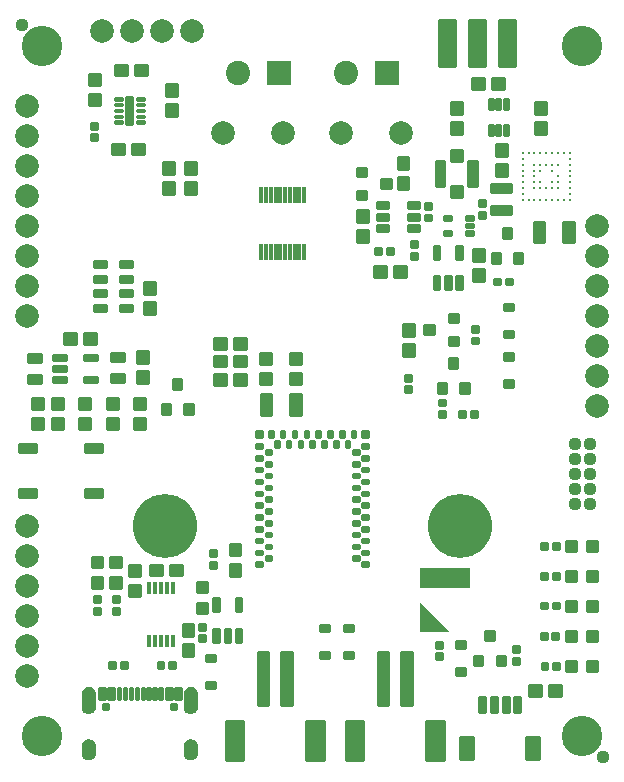
<source format=gbr>
G04 EAGLE Gerber RS-274X export*
G75*
%MOMM*%
%FSLAX34Y34*%
%LPD*%
%INSoldermask Top*%
%IPPOS*%
%AMOC8*
5,1,8,0,0,1.08239X$1,22.5*%
G01*
%ADD10C,1.127000*%
%ADD11C,2.006600*%
%ADD12C,0.225369*%
%ADD13C,0.428259*%
%ADD14R,2.057400X2.057400*%
%ADD15C,2.057400*%
%ADD16C,0.228600*%
%ADD17C,0.225400*%
%ADD18R,0.350000X1.350000*%
%ADD19C,0.305338*%
%ADD20C,0.231750*%
%ADD21C,0.300000*%
%ADD22C,0.227100*%
%ADD23R,4.200000X1.700000*%
%ADD24C,0.230800*%
%ADD25C,0.226609*%
%ADD26C,0.222250*%
%ADD27C,0.224509*%
%ADD28C,0.223409*%
%ADD29C,0.225588*%
%ADD30C,0.230578*%
%ADD31C,0.777000*%
%ADD32R,0.400000X1.100000*%
%ADD33C,0.227778*%
%ADD34C,3.429000*%
%ADD35C,0.224709*%
%ADD36C,5.427000*%
%ADD37C,3.127000*%
%ADD38C,0.229738*%

G36*
X369352Y113679D02*
X369352Y113679D01*
X369396Y113682D01*
X369418Y113698D01*
X369444Y113706D01*
X369473Y113739D01*
X369508Y113765D01*
X369518Y113791D01*
X369536Y113811D01*
X369543Y113855D01*
X369558Y113895D01*
X369553Y113922D01*
X369557Y113949D01*
X369539Y113990D01*
X369530Y114032D01*
X369504Y114068D01*
X369500Y114077D01*
X369495Y114081D01*
X369486Y114092D01*
X345486Y138092D01*
X345448Y138113D01*
X345415Y138142D01*
X345388Y138146D01*
X345364Y138159D01*
X345320Y138156D01*
X345277Y138163D01*
X345252Y138152D01*
X345224Y138150D01*
X345189Y138124D01*
X345149Y138106D01*
X345134Y138083D01*
X345112Y138067D01*
X345096Y138026D01*
X345072Y137990D01*
X345065Y137946D01*
X345062Y137937D01*
X345063Y137930D01*
X345061Y137916D01*
X345061Y113916D01*
X345066Y113900D01*
X345063Y113883D01*
X345085Y113833D01*
X345100Y113782D01*
X345113Y113771D01*
X345120Y113755D01*
X345165Y113725D01*
X345205Y113690D01*
X345222Y113687D01*
X345237Y113678D01*
X345310Y113667D01*
X369310Y113667D01*
X369352Y113679D01*
G37*
G36*
X152434Y44153D02*
X152434Y44153D01*
X152440Y44159D01*
X152445Y44155D01*
X153675Y44520D01*
X153680Y44527D01*
X153685Y44525D01*
X154804Y45155D01*
X154807Y45162D01*
X154813Y45161D01*
X155763Y46024D01*
X155764Y46032D01*
X155770Y46032D01*
X156504Y47085D01*
X156504Y47093D01*
X156509Y47095D01*
X156991Y48285D01*
X156989Y48290D01*
X156993Y48293D01*
X156992Y48294D01*
X156994Y48295D01*
X157199Y49562D01*
X157196Y49567D01*
X157199Y49570D01*
X157199Y61570D01*
X157196Y61574D01*
X157199Y61577D01*
X157044Y62699D01*
X157039Y62704D01*
X157042Y62708D01*
X156671Y63779D01*
X156665Y63783D01*
X156667Y63788D01*
X156094Y64765D01*
X156088Y64768D01*
X156089Y64773D01*
X155336Y65620D01*
X155329Y65622D01*
X155329Y65627D01*
X154426Y66311D01*
X154419Y66311D01*
X154418Y66316D01*
X153399Y66811D01*
X153392Y66809D01*
X153390Y66814D01*
X152293Y67101D01*
X152287Y67098D01*
X152284Y67102D01*
X151153Y67169D01*
X151147Y67169D01*
X150016Y67102D01*
X150011Y67097D01*
X150007Y67101D01*
X148910Y66814D01*
X148906Y66808D01*
X148901Y66811D01*
X147882Y66316D01*
X147879Y66310D01*
X147874Y66311D01*
X146971Y65627D01*
X146969Y65620D01*
X146964Y65620D01*
X146211Y64773D01*
X146211Y64766D01*
X146206Y64765D01*
X145633Y63788D01*
X145634Y63785D01*
X145633Y63784D01*
X145634Y63783D01*
X145634Y63781D01*
X145629Y63779D01*
X145258Y62708D01*
X145260Y62703D01*
X145257Y62701D01*
X145257Y62700D01*
X145256Y62699D01*
X145101Y61577D01*
X145104Y61572D01*
X145101Y61570D01*
X145101Y49570D01*
X145104Y49565D01*
X145101Y49562D01*
X145306Y48295D01*
X145312Y48289D01*
X145309Y48285D01*
X145791Y47095D01*
X145798Y47091D01*
X145796Y47085D01*
X146530Y46032D01*
X146538Y46030D01*
X146537Y46024D01*
X147487Y45161D01*
X147496Y45160D01*
X147496Y45155D01*
X148615Y44525D01*
X148623Y44526D01*
X148625Y44520D01*
X149855Y44155D01*
X149863Y44158D01*
X149866Y44153D01*
X151147Y44071D01*
X151151Y44074D01*
X151153Y44071D01*
X152434Y44153D01*
G37*
G36*
X66034Y44153D02*
X66034Y44153D01*
X66040Y44159D01*
X66045Y44155D01*
X67275Y44520D01*
X67280Y44527D01*
X67285Y44525D01*
X68404Y45155D01*
X68407Y45162D01*
X68413Y45161D01*
X69363Y46024D01*
X69364Y46032D01*
X69370Y46032D01*
X70104Y47085D01*
X70104Y47093D01*
X70109Y47095D01*
X70591Y48285D01*
X70589Y48290D01*
X70593Y48293D01*
X70592Y48294D01*
X70594Y48295D01*
X70799Y49562D01*
X70796Y49567D01*
X70799Y49570D01*
X70799Y61570D01*
X70796Y61574D01*
X70799Y61577D01*
X70644Y62699D01*
X70639Y62704D01*
X70642Y62708D01*
X70271Y63779D01*
X70265Y63783D01*
X70267Y63788D01*
X69694Y64765D01*
X69688Y64768D01*
X69689Y64773D01*
X68936Y65620D01*
X68929Y65622D01*
X68929Y65627D01*
X68026Y66311D01*
X68019Y66311D01*
X68018Y66316D01*
X66999Y66811D01*
X66992Y66809D01*
X66990Y66814D01*
X65893Y67101D01*
X65887Y67098D01*
X65884Y67102D01*
X64753Y67169D01*
X64747Y67169D01*
X63616Y67102D01*
X63611Y67097D01*
X63607Y67101D01*
X62510Y66814D01*
X62506Y66808D01*
X62501Y66811D01*
X61482Y66316D01*
X61479Y66310D01*
X61474Y66311D01*
X60571Y65627D01*
X60569Y65620D01*
X60564Y65620D01*
X59811Y64773D01*
X59811Y64766D01*
X59806Y64765D01*
X59233Y63788D01*
X59234Y63785D01*
X59233Y63784D01*
X59234Y63783D01*
X59234Y63781D01*
X59229Y63779D01*
X58858Y62708D01*
X58860Y62703D01*
X58857Y62701D01*
X58857Y62700D01*
X58856Y62699D01*
X58701Y61577D01*
X58704Y61572D01*
X58701Y61570D01*
X58701Y49570D01*
X58704Y49565D01*
X58701Y49562D01*
X58906Y48295D01*
X58912Y48289D01*
X58909Y48285D01*
X59391Y47095D01*
X59398Y47091D01*
X59396Y47085D01*
X60130Y46032D01*
X60138Y46030D01*
X60137Y46024D01*
X61087Y45161D01*
X61096Y45160D01*
X61096Y45155D01*
X62215Y44525D01*
X62223Y44526D01*
X62225Y44520D01*
X63455Y44155D01*
X63463Y44158D01*
X63466Y44153D01*
X64747Y44071D01*
X64751Y44074D01*
X64753Y44071D01*
X66034Y44153D01*
G37*
G36*
X152321Y4881D02*
X152321Y4881D01*
X152326Y4886D01*
X152330Y4883D01*
X153453Y5218D01*
X153457Y5224D01*
X153461Y5222D01*
X154497Y5770D01*
X154500Y5776D01*
X154505Y5775D01*
X155413Y6514D01*
X155415Y6521D01*
X155420Y6521D01*
X156167Y7423D01*
X156167Y7431D01*
X156173Y7431D01*
X156729Y8462D01*
X156728Y8469D01*
X156733Y8471D01*
X157077Y9590D01*
X157075Y9597D01*
X157079Y9600D01*
X157199Y10765D01*
X157197Y10768D01*
X157199Y10770D01*
X157199Y16770D01*
X157197Y16773D01*
X157199Y16775D01*
X157088Y17951D01*
X157083Y17956D01*
X157086Y17960D01*
X156748Y19092D01*
X156742Y19096D01*
X156744Y19101D01*
X156192Y20145D01*
X156185Y20148D01*
X156187Y20153D01*
X155441Y21069D01*
X155434Y21070D01*
X155434Y21076D01*
X154525Y21829D01*
X154517Y21829D01*
X154517Y21834D01*
X153477Y22395D01*
X153470Y22394D01*
X153468Y22399D01*
X152339Y22746D01*
X152333Y22744D01*
X152330Y22748D01*
X151155Y22869D01*
X151148Y22865D01*
X151144Y22869D01*
X149804Y22712D01*
X149798Y22707D01*
X149793Y22710D01*
X148522Y22259D01*
X148517Y22252D01*
X148512Y22254D01*
X147373Y21532D01*
X147370Y21524D01*
X147364Y21525D01*
X146414Y20567D01*
X146413Y20559D01*
X146407Y20558D01*
X145694Y19413D01*
X145695Y19405D01*
X145689Y19403D01*
X145249Y18127D01*
X145251Y18120D01*
X145247Y18117D01*
X145101Y16775D01*
X145103Y16772D01*
X145101Y16770D01*
X145101Y10770D01*
X145103Y10767D01*
X145101Y10764D01*
X145256Y9435D01*
X145262Y9429D01*
X145259Y9425D01*
X145706Y8164D01*
X145713Y8159D01*
X145711Y8154D01*
X146428Y7024D01*
X146435Y7021D01*
X146434Y7015D01*
X147385Y6073D01*
X147393Y6072D01*
X147393Y6066D01*
X148529Y5359D01*
X148537Y5360D01*
X148539Y5354D01*
X149804Y4918D01*
X149809Y4919D01*
X149810Y4919D01*
X149813Y4919D01*
X149815Y4915D01*
X151145Y4771D01*
X151151Y4775D01*
X151155Y4771D01*
X152321Y4881D01*
G37*
G36*
X65921Y4881D02*
X65921Y4881D01*
X65926Y4886D01*
X65930Y4883D01*
X67053Y5218D01*
X67057Y5224D01*
X67061Y5222D01*
X68097Y5770D01*
X68100Y5776D01*
X68105Y5775D01*
X69013Y6514D01*
X69015Y6521D01*
X69020Y6521D01*
X69767Y7423D01*
X69767Y7431D01*
X69773Y7431D01*
X70329Y8462D01*
X70328Y8469D01*
X70333Y8471D01*
X70677Y9590D01*
X70675Y9597D01*
X70679Y9600D01*
X70799Y10765D01*
X70797Y10768D01*
X70799Y10770D01*
X70799Y16770D01*
X70797Y16773D01*
X70799Y16775D01*
X70688Y17951D01*
X70683Y17956D01*
X70686Y17960D01*
X70348Y19092D01*
X70342Y19096D01*
X70344Y19101D01*
X69792Y20145D01*
X69785Y20148D01*
X69787Y20153D01*
X69041Y21069D01*
X69034Y21070D01*
X69034Y21076D01*
X68125Y21829D01*
X68117Y21829D01*
X68117Y21834D01*
X67077Y22395D01*
X67070Y22394D01*
X67068Y22399D01*
X65939Y22746D01*
X65933Y22744D01*
X65930Y22748D01*
X64755Y22869D01*
X64748Y22865D01*
X64744Y22869D01*
X63404Y22712D01*
X63398Y22707D01*
X63393Y22710D01*
X62122Y22259D01*
X62117Y22252D01*
X62112Y22254D01*
X60973Y21532D01*
X60970Y21524D01*
X60964Y21525D01*
X60014Y20567D01*
X60013Y20559D01*
X60007Y20558D01*
X59294Y19413D01*
X59295Y19405D01*
X59289Y19403D01*
X58849Y18127D01*
X58851Y18120D01*
X58847Y18117D01*
X58701Y16775D01*
X58703Y16772D01*
X58701Y16770D01*
X58701Y10770D01*
X58703Y10767D01*
X58701Y10764D01*
X58856Y9435D01*
X58862Y9429D01*
X58859Y9425D01*
X59306Y8164D01*
X59313Y8159D01*
X59311Y8154D01*
X60028Y7024D01*
X60035Y7021D01*
X60034Y7015D01*
X60985Y6073D01*
X60993Y6072D01*
X60993Y6066D01*
X62129Y5359D01*
X62137Y5360D01*
X62139Y5354D01*
X63404Y4918D01*
X63409Y4919D01*
X63410Y4919D01*
X63413Y4919D01*
X63415Y4915D01*
X64745Y4771D01*
X64751Y4775D01*
X64755Y4771D01*
X65921Y4881D01*
G37*
D10*
X500126Y7874D03*
X7874Y627126D03*
D11*
X12700Y457200D03*
X12700Y431800D03*
X12700Y406400D03*
X12700Y381000D03*
D12*
X457914Y138398D02*
X462930Y138398D01*
X462930Y133382D01*
X457914Y133382D01*
X457914Y138398D01*
X457914Y135523D02*
X462930Y135523D01*
X462930Y137664D02*
X457914Y137664D01*
X452930Y138398D02*
X447914Y138398D01*
X452930Y138398D02*
X452930Y133382D01*
X447914Y133382D01*
X447914Y138398D01*
X447914Y135523D02*
X452930Y135523D01*
X452930Y137664D02*
X447914Y137664D01*
D13*
X487114Y139130D02*
X487114Y132142D01*
X487114Y139130D02*
X494102Y139130D01*
X494102Y132142D01*
X487114Y132142D01*
X487114Y136211D02*
X494102Y136211D01*
X469574Y139130D02*
X469574Y132142D01*
X469574Y139130D02*
X476562Y139130D01*
X476562Y132142D01*
X469574Y132142D01*
X469574Y136211D02*
X476562Y136211D01*
D11*
X12700Y203200D03*
D12*
X72104Y529702D02*
X72104Y534718D01*
X72104Y529702D02*
X67088Y529702D01*
X67088Y534718D01*
X72104Y534718D01*
X72104Y531843D02*
X67088Y531843D01*
X67088Y533984D02*
X72104Y533984D01*
X72104Y539702D02*
X72104Y544718D01*
X72104Y539702D02*
X67088Y539702D01*
X67088Y544718D01*
X72104Y544718D01*
X72104Y541843D02*
X67088Y541843D01*
X67088Y543984D02*
X72104Y543984D01*
D14*
X317221Y586740D03*
D15*
X282219Y586740D03*
D14*
X225781Y586740D03*
D15*
X190779Y586740D03*
D16*
X92710Y564134D02*
X86614Y564134D01*
X86614Y565658D01*
X92710Y565658D01*
X92710Y564134D01*
X92710Y559308D02*
X86614Y559308D01*
X86614Y560832D01*
X92710Y560832D01*
X92710Y559308D01*
X92710Y554228D02*
X86614Y554228D01*
X86614Y555752D01*
X92710Y555752D01*
X92710Y554228D01*
X92710Y549148D02*
X86614Y549148D01*
X86614Y550672D01*
X92710Y550672D01*
X92710Y549148D01*
X92710Y544322D02*
X86614Y544322D01*
X86614Y545846D01*
X92710Y545846D01*
X92710Y544322D01*
X105410Y544322D02*
X111506Y544322D01*
X105410Y544322D02*
X105410Y545846D01*
X111506Y545846D01*
X111506Y544322D01*
X111506Y549148D02*
X105410Y549148D01*
X105410Y550672D01*
X111506Y550672D01*
X111506Y549148D01*
X111506Y554228D02*
X105410Y554228D01*
X105410Y555752D01*
X111506Y555752D01*
X111506Y554228D01*
X111506Y559308D02*
X105410Y559308D01*
X105410Y560832D01*
X111506Y560832D01*
X111506Y559308D01*
X111506Y564134D02*
X105410Y564134D01*
X105410Y565658D01*
X111506Y565658D01*
X111506Y564134D01*
X101727Y543560D02*
X96393Y543560D01*
X96393Y566420D01*
X101727Y566420D01*
X101727Y543560D01*
X101727Y545732D02*
X96393Y545732D01*
X96393Y547904D02*
X101727Y547904D01*
X101727Y550076D02*
X96393Y550076D01*
X96393Y552248D02*
X101727Y552248D01*
X101727Y554420D02*
X96393Y554420D01*
X96393Y556592D02*
X101727Y556592D01*
X101727Y558764D02*
X96393Y558764D01*
X96393Y560936D02*
X101727Y560936D01*
X101727Y563108D02*
X96393Y563108D01*
X96393Y565280D02*
X101727Y565280D01*
D17*
X65342Y576262D02*
X65342Y586278D01*
X74358Y586278D01*
X74358Y576262D01*
X65342Y576262D01*
X65342Y578403D02*
X74358Y578403D01*
X74358Y580544D02*
X65342Y580544D01*
X65342Y582685D02*
X74358Y582685D01*
X74358Y584826D02*
X65342Y584826D01*
X65342Y569278D02*
X65342Y559262D01*
X65342Y569278D02*
X74358Y569278D01*
X74358Y559262D01*
X65342Y559262D01*
X65342Y561403D02*
X74358Y561403D01*
X74358Y563544D02*
X65342Y563544D01*
X65342Y565685D02*
X74358Y565685D01*
X74358Y567826D02*
X65342Y567826D01*
X103822Y593788D02*
X113838Y593788D01*
X113838Y584772D01*
X103822Y584772D01*
X103822Y593788D01*
X103822Y586913D02*
X113838Y586913D01*
X113838Y589054D02*
X103822Y589054D01*
X103822Y591195D02*
X113838Y591195D01*
X113838Y593336D02*
X103822Y593336D01*
X96838Y593788D02*
X86822Y593788D01*
X96838Y593788D02*
X96838Y584772D01*
X86822Y584772D01*
X86822Y593788D01*
X86822Y586913D02*
X96838Y586913D01*
X96838Y589054D02*
X86822Y589054D01*
X86822Y591195D02*
X96838Y591195D01*
X96838Y593336D02*
X86822Y593336D01*
D12*
X349790Y476900D02*
X349790Y471884D01*
X349790Y476900D02*
X354806Y476900D01*
X354806Y471884D01*
X349790Y471884D01*
X349790Y474025D02*
X354806Y474025D01*
X354806Y476166D02*
X349790Y476166D01*
X349790Y466900D02*
X349790Y461884D01*
X349790Y466900D02*
X354806Y466900D01*
X354806Y461884D01*
X349790Y461884D01*
X349790Y464025D02*
X354806Y464025D01*
X354806Y466166D02*
X349790Y466166D01*
D17*
X335470Y488396D02*
X335470Y498412D01*
X335470Y488396D02*
X326454Y488396D01*
X326454Y498412D01*
X335470Y498412D01*
X335470Y490537D02*
X326454Y490537D01*
X326454Y492678D02*
X335470Y492678D01*
X335470Y494819D02*
X326454Y494819D01*
X326454Y496960D02*
X335470Y496960D01*
X335470Y505396D02*
X335470Y515412D01*
X335470Y505396D02*
X326454Y505396D01*
X326454Y515412D01*
X335470Y515412D01*
X335470Y507537D02*
X326454Y507537D01*
X326454Y509678D02*
X335470Y509678D01*
X335470Y511819D02*
X326454Y511819D01*
X326454Y513960D02*
X335470Y513960D01*
D12*
X337344Y444388D02*
X337344Y439372D01*
X337344Y444388D02*
X342360Y444388D01*
X342360Y439372D01*
X337344Y439372D01*
X337344Y441513D02*
X342360Y441513D01*
X342360Y443654D02*
X337344Y443654D01*
X337344Y434388D02*
X337344Y429372D01*
X337344Y434388D02*
X342360Y434388D01*
X342360Y429372D01*
X337344Y429372D01*
X337344Y431513D02*
X342360Y431513D01*
X342360Y433654D02*
X337344Y433654D01*
D11*
X328930Y535940D03*
X278765Y535940D03*
X229235Y535940D03*
X178435Y535940D03*
D17*
X136588Y494348D02*
X136588Y484332D01*
X127572Y484332D01*
X127572Y494348D01*
X136588Y494348D01*
X136588Y486473D02*
X127572Y486473D01*
X127572Y488614D02*
X136588Y488614D01*
X136588Y490755D02*
X127572Y490755D01*
X127572Y492896D02*
X136588Y492896D01*
X136588Y501332D02*
X136588Y511348D01*
X136588Y501332D02*
X127572Y501332D01*
X127572Y511348D01*
X136588Y511348D01*
X136588Y503473D02*
X127572Y503473D01*
X127572Y505614D02*
X136588Y505614D01*
X136588Y507755D02*
X127572Y507755D01*
X127572Y509896D02*
X136588Y509896D01*
X146622Y511348D02*
X146622Y501332D01*
X146622Y511348D02*
X155638Y511348D01*
X155638Y501332D01*
X146622Y501332D01*
X146622Y503473D02*
X155638Y503473D01*
X155638Y505614D02*
X146622Y505614D01*
X146622Y507755D02*
X155638Y507755D01*
X155638Y509896D02*
X146622Y509896D01*
X146622Y494348D02*
X146622Y484332D01*
X146622Y494348D02*
X155638Y494348D01*
X155638Y484332D01*
X146622Y484332D01*
X146622Y486473D02*
X155638Y486473D01*
X155638Y488614D02*
X146622Y488614D01*
X146622Y490755D02*
X155638Y490755D01*
X155638Y492896D02*
X146622Y492896D01*
X94806Y517970D02*
X84790Y517970D01*
X84790Y526986D01*
X94806Y526986D01*
X94806Y517970D01*
X94806Y520111D02*
X84790Y520111D01*
X84790Y522252D02*
X94806Y522252D01*
X94806Y524393D02*
X84790Y524393D01*
X84790Y526534D02*
X94806Y526534D01*
X101790Y517970D02*
X111806Y517970D01*
X101790Y517970D02*
X101790Y526986D01*
X111806Y526986D01*
X111806Y517970D01*
X111806Y520111D02*
X101790Y520111D01*
X101790Y522252D02*
X111806Y522252D01*
X111806Y524393D02*
X101790Y524393D01*
X101790Y526534D02*
X111806Y526534D01*
D12*
X457914Y163544D02*
X462930Y163544D01*
X462930Y158528D01*
X457914Y158528D01*
X457914Y163544D01*
X457914Y160669D02*
X462930Y160669D01*
X462930Y162810D02*
X457914Y162810D01*
X452930Y163544D02*
X447914Y163544D01*
X452930Y163544D02*
X452930Y158528D01*
X447914Y158528D01*
X447914Y163544D01*
X447914Y160669D02*
X452930Y160669D01*
X452930Y162810D02*
X447914Y162810D01*
D13*
X487114Y164530D02*
X487114Y157542D01*
X487114Y164530D02*
X494102Y164530D01*
X494102Y157542D01*
X487114Y157542D01*
X487114Y161611D02*
X494102Y161611D01*
X469574Y164530D02*
X469574Y157542D01*
X469574Y164530D02*
X476562Y164530D01*
X476562Y157542D01*
X469574Y157542D01*
X469574Y161611D02*
X476562Y161611D01*
D12*
X462930Y188944D02*
X457914Y188944D01*
X462930Y188944D02*
X462930Y183928D01*
X457914Y183928D01*
X457914Y188944D01*
X457914Y186069D02*
X462930Y186069D01*
X462930Y188210D02*
X457914Y188210D01*
X452930Y188944D02*
X447914Y188944D01*
X452930Y188944D02*
X452930Y183928D01*
X447914Y183928D01*
X447914Y188944D01*
X447914Y186069D02*
X452930Y186069D01*
X452930Y188210D02*
X447914Y188210D01*
D13*
X487114Y189930D02*
X487114Y182942D01*
X487114Y189930D02*
X494102Y189930D01*
X494102Y182942D01*
X487114Y182942D01*
X487114Y187011D02*
X494102Y187011D01*
X469574Y189930D02*
X469574Y182942D01*
X469574Y189930D02*
X476562Y189930D01*
X476562Y182942D01*
X469574Y182942D01*
X469574Y187011D02*
X476562Y187011D01*
D17*
X130112Y567372D02*
X130112Y577388D01*
X139128Y577388D01*
X139128Y567372D01*
X130112Y567372D01*
X130112Y569513D02*
X139128Y569513D01*
X139128Y571654D02*
X130112Y571654D01*
X130112Y573795D02*
X139128Y573795D01*
X139128Y575936D02*
X130112Y575936D01*
X130112Y560388D02*
X130112Y550372D01*
X130112Y560388D02*
X139128Y560388D01*
X139128Y550372D01*
X130112Y550372D01*
X130112Y552513D02*
X139128Y552513D01*
X139128Y554654D02*
X130112Y554654D01*
X130112Y556795D02*
X139128Y556795D01*
X139128Y558936D02*
X130112Y558936D01*
D18*
X211032Y483450D03*
X215032Y483450D03*
X219032Y483450D03*
X223032Y483450D03*
X227032Y483450D03*
X231032Y483450D03*
X235032Y483450D03*
X239032Y483450D03*
X243032Y483450D03*
X247032Y483450D03*
X211032Y434950D03*
X215032Y434950D03*
X219032Y434950D03*
X223032Y434950D03*
X227032Y434950D03*
X231032Y434950D03*
X235032Y434950D03*
X239032Y434950D03*
X243032Y434950D03*
X247032Y434950D03*
D19*
X309793Y472211D02*
X318511Y472211D01*
X309793Y472211D02*
X309793Y476429D01*
X318511Y476429D01*
X318511Y472211D01*
X318511Y475111D02*
X309793Y475111D01*
X309793Y462711D02*
X318511Y462711D01*
X309793Y462711D02*
X309793Y466929D01*
X318511Y466929D01*
X318511Y462711D01*
X318511Y465611D02*
X309793Y465611D01*
X309793Y453211D02*
X318511Y453211D01*
X309793Y453211D02*
X309793Y457429D01*
X318511Y457429D01*
X318511Y453211D01*
X318511Y456111D02*
X309793Y456111D01*
X335793Y453211D02*
X344511Y453211D01*
X335793Y453211D02*
X335793Y457429D01*
X344511Y457429D01*
X344511Y453211D01*
X344511Y456111D02*
X335793Y456111D01*
X335793Y462711D02*
X344511Y462711D01*
X335793Y462711D02*
X335793Y466929D01*
X344511Y466929D01*
X344511Y462711D01*
X344511Y465611D02*
X335793Y465611D01*
X335793Y472211D02*
X344511Y472211D01*
X335793Y472211D02*
X335793Y476429D01*
X344511Y476429D01*
X344511Y472211D01*
X344511Y475111D02*
X335793Y475111D01*
D20*
X291586Y499292D02*
X291586Y506244D01*
X299538Y506244D01*
X299538Y499292D01*
X291586Y499292D01*
X291586Y501494D02*
X299538Y501494D01*
X299538Y503696D02*
X291586Y503696D01*
X291586Y505898D02*
X299538Y505898D01*
X291586Y487244D02*
X291586Y480292D01*
X291586Y487244D02*
X299538Y487244D01*
X299538Y480292D01*
X291586Y480292D01*
X291586Y482494D02*
X299538Y482494D01*
X299538Y484696D02*
X291586Y484696D01*
X291586Y486898D02*
X299538Y486898D01*
X312586Y489792D02*
X312586Y496744D01*
X320538Y496744D01*
X320538Y489792D01*
X312586Y489792D01*
X312586Y491994D02*
X320538Y491994D01*
X320538Y494196D02*
X312586Y494196D01*
X312586Y496398D02*
X320538Y496398D01*
D17*
X323532Y423100D02*
X333548Y423100D01*
X333548Y414084D01*
X323532Y414084D01*
X323532Y423100D01*
X323532Y416225D02*
X333548Y416225D01*
X333548Y418366D02*
X323532Y418366D01*
X323532Y420507D02*
X333548Y420507D01*
X333548Y422648D02*
X323532Y422648D01*
X316548Y423100D02*
X306532Y423100D01*
X316548Y423100D02*
X316548Y414084D01*
X306532Y414084D01*
X306532Y423100D01*
X306532Y416225D02*
X316548Y416225D01*
X316548Y418366D02*
X306532Y418366D01*
X306532Y420507D02*
X316548Y420507D01*
X316548Y422648D02*
X306532Y422648D01*
X291910Y460692D02*
X291910Y470708D01*
X300926Y470708D01*
X300926Y460692D01*
X291910Y460692D01*
X291910Y462833D02*
X300926Y462833D01*
X300926Y464974D02*
X291910Y464974D01*
X291910Y467115D02*
X300926Y467115D01*
X300926Y469256D02*
X291910Y469256D01*
X291910Y453708D02*
X291910Y443692D01*
X291910Y453708D02*
X300926Y453708D01*
X300926Y443692D01*
X291910Y443692D01*
X291910Y445833D02*
X300926Y445833D01*
X300926Y447974D02*
X291910Y447974D01*
X291910Y450115D02*
X300926Y450115D01*
X300926Y452256D02*
X291910Y452256D01*
D12*
X307452Y433356D02*
X312468Y433356D01*
X307452Y433356D02*
X307452Y438372D01*
X312468Y438372D01*
X312468Y433356D01*
X312468Y435497D02*
X307452Y435497D01*
X307452Y437638D02*
X312468Y437638D01*
X317452Y433356D02*
X322468Y433356D01*
X317452Y433356D02*
X317452Y438372D01*
X322468Y438372D01*
X322468Y433356D01*
X322468Y435497D02*
X317452Y435497D01*
X317452Y437638D02*
X322468Y437638D01*
D21*
X432155Y479169D03*
X437155Y479169D03*
X442155Y479169D03*
X447155Y479169D03*
X452155Y479169D03*
X457155Y479169D03*
X462155Y479169D03*
X467155Y479169D03*
X472155Y479169D03*
X432155Y519169D03*
X437155Y519169D03*
X442155Y519169D03*
X447155Y519169D03*
X452155Y519169D03*
X457155Y519169D03*
X462155Y519169D03*
X467155Y519169D03*
X472155Y519169D03*
X432138Y484149D03*
X432138Y489149D03*
X432138Y494149D03*
X432138Y499149D03*
X432138Y504149D03*
X432138Y509149D03*
X432138Y514149D03*
X472155Y484132D03*
X472155Y489132D03*
X472155Y494132D03*
X472155Y499132D03*
X472155Y504132D03*
X472155Y509132D03*
X472155Y514132D03*
X462172Y509148D03*
X457172Y509148D03*
X452172Y509148D03*
X447172Y509148D03*
X442172Y509148D03*
X462152Y489128D03*
X457144Y489144D03*
X452147Y489138D03*
X447156Y489138D03*
X442147Y489137D03*
X442168Y494130D03*
X447169Y494121D03*
X457159Y494121D03*
X462140Y494111D03*
X462138Y499139D03*
X442137Y499152D03*
X457130Y504161D03*
X447130Y504145D03*
X442147Y504161D03*
D17*
X418528Y499572D02*
X418528Y509588D01*
X418528Y499572D02*
X409512Y499572D01*
X409512Y509588D01*
X418528Y509588D01*
X418528Y501713D02*
X409512Y501713D01*
X409512Y503854D02*
X418528Y503854D01*
X418528Y505995D02*
X409512Y505995D01*
X409512Y508136D02*
X418528Y508136D01*
X418528Y516572D02*
X418528Y526588D01*
X418528Y516572D02*
X409512Y516572D01*
X409512Y526588D01*
X418528Y526588D01*
X418528Y518713D02*
X409512Y518713D01*
X409512Y520854D02*
X418528Y520854D01*
X418528Y522995D02*
X409512Y522995D01*
X409512Y525136D02*
X418528Y525136D01*
X441462Y443612D02*
X450478Y443612D01*
X441462Y443612D02*
X441462Y460628D01*
X450478Y460628D01*
X450478Y443612D01*
X450478Y445753D02*
X441462Y445753D01*
X441462Y447894D02*
X450478Y447894D01*
X450478Y450035D02*
X441462Y450035D01*
X441462Y452176D02*
X450478Y452176D01*
X450478Y454317D02*
X441462Y454317D01*
X441462Y456458D02*
X450478Y456458D01*
X450478Y458599D02*
X441462Y458599D01*
X466462Y443612D02*
X475478Y443612D01*
X466462Y443612D02*
X466462Y460628D01*
X475478Y460628D01*
X475478Y443612D01*
X475478Y445753D02*
X466462Y445753D01*
X466462Y447894D02*
X475478Y447894D01*
X475478Y450035D02*
X466462Y450035D01*
X466462Y452176D02*
X475478Y452176D01*
X475478Y454317D02*
X466462Y454317D01*
X466462Y456458D02*
X475478Y456458D01*
X475478Y458599D02*
X466462Y458599D01*
D22*
X383380Y82590D02*
X383380Y77290D01*
X376080Y77290D01*
X376080Y82590D01*
X383380Y82590D01*
X383380Y79447D02*
X376080Y79447D01*
X376080Y81604D02*
X383380Y81604D01*
X383380Y100290D02*
X383380Y105590D01*
X383380Y100290D02*
X376080Y100290D01*
X376080Y105590D01*
X383380Y105590D01*
X383380Y102447D02*
X376080Y102447D01*
X376080Y104604D02*
X383380Y104604D01*
D12*
X358680Y105298D02*
X358680Y100282D01*
X358680Y105298D02*
X363696Y105298D01*
X363696Y100282D01*
X358680Y100282D01*
X358680Y102423D02*
X363696Y102423D01*
X363696Y104564D02*
X358680Y104564D01*
X358680Y95298D02*
X358680Y90282D01*
X358680Y95298D02*
X363696Y95298D01*
X363696Y90282D01*
X358680Y90282D01*
X358680Y92423D02*
X363696Y92423D01*
X363696Y94564D02*
X358680Y94564D01*
D23*
X366110Y159216D03*
D20*
X405544Y485584D02*
X422496Y485584D01*
X405544Y485584D02*
X405544Y492536D01*
X422496Y492536D01*
X422496Y485584D01*
X422496Y487786D02*
X405544Y487786D01*
X405544Y489988D02*
X422496Y489988D01*
X422496Y492190D02*
X405544Y492190D01*
X405544Y467584D02*
X422496Y467584D01*
X405544Y467584D02*
X405544Y474536D01*
X422496Y474536D01*
X422496Y467584D01*
X422496Y469786D02*
X405544Y469786D01*
X405544Y471988D02*
X422496Y471988D01*
X422496Y474190D02*
X405544Y474190D01*
D17*
X390157Y437739D02*
X390157Y427723D01*
X390157Y437739D02*
X399173Y437739D01*
X399173Y427723D01*
X390157Y427723D01*
X390157Y429864D02*
X399173Y429864D01*
X399173Y432005D02*
X390157Y432005D01*
X390157Y434146D02*
X399173Y434146D01*
X399173Y436287D02*
X390157Y436287D01*
X390157Y420739D02*
X390157Y410723D01*
X390157Y420739D02*
X399173Y420739D01*
X399173Y410723D01*
X390157Y410723D01*
X390157Y412864D02*
X399173Y412864D01*
X399173Y415005D02*
X390157Y415005D01*
X390157Y417146D02*
X399173Y417146D01*
X399173Y419287D02*
X390157Y419287D01*
D20*
X405845Y426206D02*
X412797Y426206D01*
X405845Y426206D02*
X405845Y434158D01*
X412797Y434158D01*
X412797Y426206D01*
X412797Y428408D02*
X405845Y428408D01*
X405845Y430610D02*
X412797Y430610D01*
X412797Y432812D02*
X405845Y432812D01*
X424845Y426206D02*
X431797Y426206D01*
X424845Y426206D02*
X424845Y434158D01*
X431797Y434158D01*
X431797Y426206D01*
X431797Y428408D02*
X424845Y428408D01*
X424845Y430610D02*
X431797Y430610D01*
X431797Y432812D02*
X424845Y432812D01*
X422297Y447206D02*
X415345Y447206D01*
X415345Y455158D01*
X422297Y455158D01*
X422297Y447206D01*
X422297Y449408D02*
X415345Y449408D01*
X415345Y451610D02*
X422297Y451610D01*
X422297Y453812D02*
X415345Y453812D01*
D24*
X406711Y534679D02*
X406711Y543141D01*
X406711Y534679D02*
X403249Y534679D01*
X403249Y543141D01*
X406711Y543141D01*
X406711Y536872D02*
X403249Y536872D01*
X403249Y539065D02*
X406711Y539065D01*
X406711Y541258D02*
X403249Y541258D01*
X413211Y543141D02*
X413211Y534679D01*
X409749Y534679D01*
X409749Y543141D01*
X413211Y543141D01*
X413211Y536872D02*
X409749Y536872D01*
X409749Y539065D02*
X413211Y539065D01*
X413211Y541258D02*
X409749Y541258D01*
X419711Y543141D02*
X419711Y534679D01*
X416249Y534679D01*
X416249Y543141D01*
X419711Y543141D01*
X419711Y536872D02*
X416249Y536872D01*
X416249Y539065D02*
X419711Y539065D01*
X419711Y541258D02*
X416249Y541258D01*
X419711Y556679D02*
X419711Y565141D01*
X419711Y556679D02*
X416249Y556679D01*
X416249Y565141D01*
X419711Y565141D01*
X419711Y558872D02*
X416249Y558872D01*
X416249Y561065D02*
X419711Y561065D01*
X419711Y563258D02*
X416249Y563258D01*
X413211Y565141D02*
X413211Y556679D01*
X409749Y556679D01*
X409749Y565141D01*
X413211Y565141D01*
X413211Y558872D02*
X409749Y558872D01*
X409749Y561065D02*
X413211Y561065D01*
X413211Y563258D02*
X409749Y563258D01*
X406711Y565141D02*
X406711Y556679D01*
X403249Y556679D01*
X403249Y565141D01*
X406711Y565141D01*
X406711Y558872D02*
X403249Y558872D01*
X403249Y561065D02*
X406711Y561065D01*
X406711Y563258D02*
X403249Y563258D01*
D17*
X371412Y562148D02*
X371412Y552132D01*
X371412Y562148D02*
X380428Y562148D01*
X380428Y552132D01*
X371412Y552132D01*
X371412Y554273D02*
X380428Y554273D01*
X380428Y556414D02*
X371412Y556414D01*
X371412Y558555D02*
X380428Y558555D01*
X380428Y560696D02*
X371412Y560696D01*
X371412Y545148D02*
X371412Y535132D01*
X371412Y545148D02*
X380428Y545148D01*
X380428Y535132D01*
X371412Y535132D01*
X371412Y537273D02*
X380428Y537273D01*
X380428Y539414D02*
X371412Y539414D01*
X371412Y541555D02*
X380428Y541555D01*
X380428Y543696D02*
X371412Y543696D01*
X442532Y552132D02*
X442532Y562148D01*
X451548Y562148D01*
X451548Y552132D01*
X442532Y552132D01*
X442532Y554273D02*
X451548Y554273D01*
X451548Y556414D02*
X442532Y556414D01*
X442532Y558555D02*
X451548Y558555D01*
X451548Y560696D02*
X442532Y560696D01*
X442532Y545148D02*
X442532Y535132D01*
X442532Y545148D02*
X451548Y545148D01*
X451548Y535132D01*
X442532Y535132D01*
X442532Y537273D02*
X451548Y537273D01*
X451548Y539414D02*
X442532Y539414D01*
X442532Y541555D02*
X451548Y541555D01*
X451548Y543696D02*
X442532Y543696D01*
X399098Y573342D02*
X389082Y573342D01*
X389082Y582358D01*
X399098Y582358D01*
X399098Y573342D01*
X399098Y575483D02*
X389082Y575483D01*
X389082Y577624D02*
X399098Y577624D01*
X399098Y579765D02*
X389082Y579765D01*
X389082Y581906D02*
X399098Y581906D01*
X406082Y573342D02*
X416098Y573342D01*
X406082Y573342D02*
X406082Y582358D01*
X416098Y582358D01*
X416098Y573342D01*
X416098Y575483D02*
X406082Y575483D01*
X406082Y577624D02*
X416098Y577624D01*
X416098Y579765D02*
X406082Y579765D01*
X406082Y581906D02*
X416098Y581906D01*
D12*
X412798Y407702D02*
X407782Y407702D01*
X407782Y412718D01*
X412798Y412718D01*
X412798Y407702D01*
X412798Y409843D02*
X407782Y409843D01*
X407782Y411984D02*
X412798Y411984D01*
X417782Y407702D02*
X422798Y407702D01*
X417782Y407702D02*
X417782Y412718D01*
X422798Y412718D01*
X422798Y407702D01*
X422798Y409843D02*
X417782Y409843D01*
X417782Y411984D02*
X422798Y411984D01*
X457406Y112744D02*
X462422Y112744D01*
X462422Y107728D01*
X457406Y107728D01*
X457406Y112744D01*
X457406Y109869D02*
X462422Y109869D01*
X462422Y112010D02*
X457406Y112010D01*
X452422Y112744D02*
X447406Y112744D01*
X452422Y112744D02*
X452422Y107728D01*
X447406Y107728D01*
X447406Y112744D01*
X447406Y109869D02*
X452422Y109869D01*
X452422Y112010D02*
X447406Y112010D01*
D13*
X487114Y113730D02*
X487114Y106742D01*
X487114Y113730D02*
X494102Y113730D01*
X494102Y106742D01*
X487114Y106742D01*
X487114Y110811D02*
X494102Y110811D01*
X469574Y113730D02*
X469574Y106742D01*
X469574Y113730D02*
X476562Y113730D01*
X476562Y106742D01*
X469574Y106742D01*
X469574Y110811D02*
X476562Y110811D01*
D12*
X101098Y390158D02*
X91082Y390158D01*
X101098Y390158D02*
X101098Y385142D01*
X91082Y385142D01*
X91082Y390158D01*
X91082Y387283D02*
X101098Y387283D01*
X101098Y389424D02*
X91082Y389424D01*
X91082Y402658D02*
X101098Y402658D01*
X101098Y397642D01*
X91082Y397642D01*
X91082Y402658D01*
X91082Y399783D02*
X101098Y399783D01*
X101098Y401924D02*
X91082Y401924D01*
X91082Y415158D02*
X101098Y415158D01*
X101098Y410142D01*
X91082Y410142D01*
X91082Y415158D01*
X91082Y412283D02*
X101098Y412283D01*
X101098Y414424D02*
X91082Y414424D01*
X91082Y427658D02*
X101098Y427658D01*
X101098Y422642D01*
X91082Y422642D01*
X91082Y427658D01*
X91082Y424783D02*
X101098Y424783D01*
X101098Y426924D02*
X91082Y426924D01*
X79098Y427658D02*
X69082Y427658D01*
X79098Y427658D02*
X79098Y422642D01*
X69082Y422642D01*
X69082Y427658D01*
X69082Y424783D02*
X79098Y424783D01*
X79098Y426924D02*
X69082Y426924D01*
X69082Y415158D02*
X79098Y415158D01*
X79098Y410142D01*
X69082Y410142D01*
X69082Y415158D01*
X69082Y412283D02*
X79098Y412283D01*
X79098Y414424D02*
X69082Y414424D01*
X69082Y402658D02*
X79098Y402658D01*
X79098Y397642D01*
X69082Y397642D01*
X69082Y402658D01*
X69082Y399783D02*
X79098Y399783D01*
X79098Y401924D02*
X69082Y401924D01*
X69082Y390158D02*
X79098Y390158D01*
X79098Y385142D01*
X69082Y385142D01*
X69082Y390158D01*
X69082Y387283D02*
X79098Y387283D01*
X79098Y389424D02*
X69082Y389424D01*
D17*
X120586Y392748D02*
X120586Y382732D01*
X111570Y382732D01*
X111570Y392748D01*
X120586Y392748D01*
X120586Y384873D02*
X111570Y384873D01*
X111570Y387014D02*
X120586Y387014D01*
X120586Y389155D02*
X111570Y389155D01*
X111570Y391296D02*
X120586Y391296D01*
X120586Y399732D02*
X120586Y409748D01*
X120586Y399732D02*
X111570Y399732D01*
X111570Y409748D01*
X120586Y409748D01*
X120586Y401873D02*
X111570Y401873D01*
X111570Y404014D02*
X120586Y404014D01*
X120586Y406155D02*
X111570Y406155D01*
X111570Y408296D02*
X120586Y408296D01*
X210322Y297562D02*
X219338Y297562D01*
X210322Y297562D02*
X210322Y314578D01*
X219338Y314578D01*
X219338Y297562D01*
X219338Y299703D02*
X210322Y299703D01*
X210322Y301844D02*
X219338Y301844D01*
X219338Y303985D02*
X210322Y303985D01*
X210322Y306126D02*
X219338Y306126D01*
X219338Y308267D02*
X210322Y308267D01*
X210322Y310408D02*
X219338Y310408D01*
X219338Y312549D02*
X210322Y312549D01*
X235322Y297562D02*
X244338Y297562D01*
X235322Y297562D02*
X235322Y314578D01*
X244338Y314578D01*
X244338Y297562D01*
X244338Y299703D02*
X235322Y299703D01*
X235322Y301844D02*
X244338Y301844D01*
X244338Y303985D02*
X235322Y303985D01*
X235322Y306126D02*
X244338Y306126D01*
X244338Y308267D02*
X235322Y308267D01*
X235322Y310408D02*
X244338Y310408D01*
X244338Y312549D02*
X235322Y312549D01*
X235522Y340042D02*
X235522Y350058D01*
X244538Y350058D01*
X244538Y340042D01*
X235522Y340042D01*
X235522Y342183D02*
X244538Y342183D01*
X244538Y344324D02*
X235522Y344324D01*
X235522Y346465D02*
X244538Y346465D01*
X244538Y348606D02*
X235522Y348606D01*
X235522Y333058D02*
X235522Y323042D01*
X235522Y333058D02*
X244538Y333058D01*
X244538Y323042D01*
X235522Y323042D01*
X235522Y325183D02*
X244538Y325183D01*
X244538Y327324D02*
X235522Y327324D01*
X235522Y329465D02*
X244538Y329465D01*
X244538Y331606D02*
X235522Y331606D01*
X210122Y340042D02*
X210122Y350058D01*
X219138Y350058D01*
X219138Y340042D01*
X210122Y340042D01*
X210122Y342183D02*
X219138Y342183D01*
X219138Y344324D02*
X210122Y344324D01*
X210122Y346465D02*
X219138Y346465D01*
X219138Y348606D02*
X210122Y348606D01*
X210122Y333058D02*
X210122Y323042D01*
X210122Y333058D02*
X219138Y333058D01*
X219138Y323042D01*
X210122Y323042D01*
X210122Y325183D02*
X219138Y325183D01*
X219138Y327324D02*
X210122Y327324D01*
X210122Y329465D02*
X219138Y329465D01*
X219138Y331606D02*
X210122Y331606D01*
X181166Y322644D02*
X171150Y322644D01*
X171150Y331660D01*
X181166Y331660D01*
X181166Y322644D01*
X181166Y324785D02*
X171150Y324785D01*
X171150Y326926D02*
X181166Y326926D01*
X181166Y329067D02*
X171150Y329067D01*
X171150Y331208D02*
X181166Y331208D01*
X188150Y322644D02*
X198166Y322644D01*
X188150Y322644D02*
X188150Y331660D01*
X198166Y331660D01*
X198166Y322644D01*
X198166Y324785D02*
X188150Y324785D01*
X188150Y326926D02*
X198166Y326926D01*
X198166Y329067D02*
X188150Y329067D01*
X188150Y331208D02*
X198166Y331208D01*
X198166Y362140D02*
X188150Y362140D01*
X198166Y362140D02*
X198166Y353124D01*
X188150Y353124D01*
X188150Y362140D01*
X188150Y355265D02*
X198166Y355265D01*
X198166Y357406D02*
X188150Y357406D01*
X188150Y359547D02*
X198166Y359547D01*
X198166Y361688D02*
X188150Y361688D01*
X181166Y362140D02*
X171150Y362140D01*
X181166Y362140D02*
X181166Y353124D01*
X171150Y353124D01*
X171150Y362140D01*
X171150Y355265D02*
X181166Y355265D01*
X181166Y357406D02*
X171150Y357406D01*
X171150Y359547D02*
X181166Y359547D01*
X181166Y361688D02*
X171150Y361688D01*
X187642Y347408D02*
X197658Y347408D01*
X197658Y338392D01*
X187642Y338392D01*
X187642Y347408D01*
X187642Y340533D02*
X197658Y340533D01*
X197658Y342674D02*
X187642Y342674D01*
X187642Y344815D02*
X197658Y344815D01*
X197658Y346956D02*
X187642Y346956D01*
X180658Y347408D02*
X170642Y347408D01*
X180658Y347408D02*
X180658Y338392D01*
X170642Y338392D01*
X170642Y347408D01*
X170642Y340533D02*
X180658Y340533D01*
X180658Y342674D02*
X170642Y342674D01*
X170642Y344815D02*
X180658Y344815D01*
X180658Y346956D02*
X170642Y346956D01*
D25*
X296498Y172402D02*
X296498Y169398D01*
X296498Y172402D02*
X301502Y172402D01*
X301502Y169398D01*
X296498Y169398D01*
X296498Y171551D02*
X301502Y171551D01*
X288498Y174398D02*
X288498Y177402D01*
X293502Y177402D01*
X293502Y174398D01*
X288498Y174398D01*
X288498Y176551D02*
X293502Y176551D01*
X296498Y179398D02*
X296498Y182402D01*
X301502Y182402D01*
X301502Y179398D01*
X296498Y179398D01*
X296498Y181551D02*
X301502Y181551D01*
X288498Y184398D02*
X288498Y187402D01*
X293502Y187402D01*
X293502Y184398D01*
X288498Y184398D01*
X288498Y186551D02*
X293502Y186551D01*
X296498Y189398D02*
X296498Y192402D01*
X301502Y192402D01*
X301502Y189398D01*
X296498Y189398D01*
X296498Y191551D02*
X301502Y191551D01*
X288498Y194398D02*
X288498Y197402D01*
X293502Y197402D01*
X293502Y194398D01*
X288498Y194398D01*
X288498Y196551D02*
X293502Y196551D01*
X296498Y199398D02*
X296498Y202402D01*
X301502Y202402D01*
X301502Y199398D01*
X296498Y199398D01*
X296498Y201551D02*
X301502Y201551D01*
X288498Y204398D02*
X288498Y207402D01*
X293502Y207402D01*
X293502Y204398D01*
X288498Y204398D01*
X288498Y206551D02*
X293502Y206551D01*
X296498Y209398D02*
X296498Y212402D01*
X301502Y212402D01*
X301502Y209398D01*
X296498Y209398D01*
X296498Y211551D02*
X301502Y211551D01*
X288498Y214398D02*
X288498Y217402D01*
X293502Y217402D01*
X293502Y214398D01*
X288498Y214398D01*
X288498Y216551D02*
X293502Y216551D01*
X296498Y219398D02*
X296498Y222402D01*
X301502Y222402D01*
X301502Y219398D01*
X296498Y219398D01*
X296498Y221551D02*
X301502Y221551D01*
X288498Y224398D02*
X288498Y227402D01*
X293502Y227402D01*
X293502Y224398D01*
X288498Y224398D01*
X288498Y226551D02*
X293502Y226551D01*
X296498Y229398D02*
X296498Y232402D01*
X301502Y232402D01*
X301502Y229398D01*
X296498Y229398D01*
X296498Y231551D02*
X301502Y231551D01*
X288498Y234398D02*
X288498Y237402D01*
X293502Y237402D01*
X293502Y234398D01*
X288498Y234398D01*
X288498Y236551D02*
X293502Y236551D01*
X296498Y239398D02*
X296498Y242402D01*
X301502Y242402D01*
X301502Y239398D01*
X296498Y239398D01*
X296498Y241551D02*
X301502Y241551D01*
X288498Y244398D02*
X288498Y247402D01*
X293502Y247402D01*
X293502Y244398D01*
X288498Y244398D01*
X288498Y246551D02*
X293502Y246551D01*
X296498Y249398D02*
X296498Y252402D01*
X301502Y252402D01*
X301502Y249398D01*
X296498Y249398D01*
X296498Y251551D02*
X301502Y251551D01*
X288498Y254398D02*
X288498Y257402D01*
X293502Y257402D01*
X293502Y254398D01*
X288498Y254398D01*
X288498Y256551D02*
X293502Y256551D01*
X296498Y259398D02*
X296498Y262402D01*
X301502Y262402D01*
X301502Y259398D01*
X296498Y259398D01*
X296498Y261551D02*
X301502Y261551D01*
X288498Y264398D02*
X288498Y267402D01*
X293502Y267402D01*
X293502Y264398D01*
X288498Y264398D01*
X288498Y266551D02*
X293502Y266551D01*
X296498Y269398D02*
X296498Y272402D01*
X301502Y272402D01*
X301502Y269398D01*
X296498Y269398D01*
X296498Y271551D02*
X301502Y271551D01*
D12*
X296492Y278392D02*
X296492Y283408D01*
X301508Y283408D01*
X301508Y278392D01*
X296492Y278392D01*
X296492Y280533D02*
X301508Y280533D01*
X301508Y282674D02*
X296492Y282674D01*
D25*
X290502Y278398D02*
X287498Y278398D01*
X287498Y283402D01*
X290502Y283402D01*
X290502Y278398D01*
X290502Y280551D02*
X287498Y280551D01*
X287498Y282704D02*
X290502Y282704D01*
X285502Y270398D02*
X282498Y270398D01*
X282498Y275402D01*
X285502Y275402D01*
X285502Y270398D01*
X285502Y272551D02*
X282498Y272551D01*
X282498Y274704D02*
X285502Y274704D01*
X280502Y278398D02*
X277498Y278398D01*
X277498Y283402D01*
X280502Y283402D01*
X280502Y278398D01*
X280502Y280551D02*
X277498Y280551D01*
X277498Y282704D02*
X280502Y282704D01*
X275502Y270398D02*
X272498Y270398D01*
X272498Y275402D01*
X275502Y275402D01*
X275502Y270398D01*
X275502Y272551D02*
X272498Y272551D01*
X272498Y274704D02*
X275502Y274704D01*
X270502Y278398D02*
X267498Y278398D01*
X267498Y283402D01*
X270502Y283402D01*
X270502Y278398D01*
X270502Y280551D02*
X267498Y280551D01*
X267498Y282704D02*
X270502Y282704D01*
X265502Y270398D02*
X262498Y270398D01*
X262498Y275402D01*
X265502Y275402D01*
X265502Y270398D01*
X265502Y272551D02*
X262498Y272551D01*
X262498Y274704D02*
X265502Y274704D01*
X260502Y278398D02*
X257498Y278398D01*
X257498Y283402D01*
X260502Y283402D01*
X260502Y278398D01*
X260502Y280551D02*
X257498Y280551D01*
X257498Y282704D02*
X260502Y282704D01*
X255502Y270398D02*
X252498Y270398D01*
X252498Y275402D01*
X255502Y275402D01*
X255502Y270398D01*
X255502Y272551D02*
X252498Y272551D01*
X252498Y274704D02*
X255502Y274704D01*
X250502Y278398D02*
X247498Y278398D01*
X247498Y283402D01*
X250502Y283402D01*
X250502Y278398D01*
X250502Y280551D02*
X247498Y280551D01*
X247498Y282704D02*
X250502Y282704D01*
X245502Y270398D02*
X242498Y270398D01*
X242498Y275402D01*
X245502Y275402D01*
X245502Y270398D01*
X245502Y272551D02*
X242498Y272551D01*
X242498Y274704D02*
X245502Y274704D01*
X240502Y278398D02*
X237498Y278398D01*
X237498Y283402D01*
X240502Y283402D01*
X240502Y278398D01*
X240502Y280551D02*
X237498Y280551D01*
X237498Y282704D02*
X240502Y282704D01*
X235502Y270398D02*
X232498Y270398D01*
X232498Y275402D01*
X235502Y275402D01*
X235502Y270398D01*
X235502Y272551D02*
X232498Y272551D01*
X232498Y274704D02*
X235502Y274704D01*
X230502Y278398D02*
X227498Y278398D01*
X227498Y283402D01*
X230502Y283402D01*
X230502Y278398D01*
X230502Y280551D02*
X227498Y280551D01*
X227498Y282704D02*
X230502Y282704D01*
X225502Y270398D02*
X222498Y270398D01*
X222498Y275402D01*
X225502Y275402D01*
X225502Y270398D01*
X225502Y272551D02*
X222498Y272551D01*
X222498Y274704D02*
X225502Y274704D01*
X220502Y278398D02*
X217498Y278398D01*
X217498Y283402D01*
X220502Y283402D01*
X220502Y278398D01*
X220502Y280551D02*
X217498Y280551D01*
X217498Y282704D02*
X220502Y282704D01*
D12*
X211508Y283408D02*
X211508Y278392D01*
X206492Y278392D01*
X206492Y283408D01*
X211508Y283408D01*
X211508Y280533D02*
X206492Y280533D01*
X206492Y282674D02*
X211508Y282674D01*
D25*
X211502Y272402D02*
X211502Y269398D01*
X206498Y269398D01*
X206498Y272402D01*
X211502Y272402D01*
X211502Y271551D02*
X206498Y271551D01*
X219502Y267402D02*
X219502Y264398D01*
X214498Y264398D01*
X214498Y267402D01*
X219502Y267402D01*
X219502Y266551D02*
X214498Y266551D01*
X211502Y262402D02*
X211502Y259398D01*
X206498Y259398D01*
X206498Y262402D01*
X211502Y262402D01*
X211502Y261551D02*
X206498Y261551D01*
X219502Y257402D02*
X219502Y254398D01*
X214498Y254398D01*
X214498Y257402D01*
X219502Y257402D01*
X219502Y256551D02*
X214498Y256551D01*
X211502Y252402D02*
X211502Y249398D01*
X206498Y249398D01*
X206498Y252402D01*
X211502Y252402D01*
X211502Y251551D02*
X206498Y251551D01*
X219502Y247402D02*
X219502Y244398D01*
X214498Y244398D01*
X214498Y247402D01*
X219502Y247402D01*
X219502Y246551D02*
X214498Y246551D01*
X211502Y242402D02*
X211502Y239398D01*
X206498Y239398D01*
X206498Y242402D01*
X211502Y242402D01*
X211502Y241551D02*
X206498Y241551D01*
X219502Y237402D02*
X219502Y234398D01*
X214498Y234398D01*
X214498Y237402D01*
X219502Y237402D01*
X219502Y236551D02*
X214498Y236551D01*
X211502Y232402D02*
X211502Y229398D01*
X206498Y229398D01*
X206498Y232402D01*
X211502Y232402D01*
X211502Y231551D02*
X206498Y231551D01*
X219502Y227402D02*
X219502Y224398D01*
X214498Y224398D01*
X214498Y227402D01*
X219502Y227402D01*
X219502Y226551D02*
X214498Y226551D01*
X211502Y222402D02*
X211502Y219398D01*
X206498Y219398D01*
X206498Y222402D01*
X211502Y222402D01*
X211502Y221551D02*
X206498Y221551D01*
X219502Y217402D02*
X219502Y214398D01*
X214498Y214398D01*
X214498Y217402D01*
X219502Y217402D01*
X219502Y216551D02*
X214498Y216551D01*
X211502Y212402D02*
X211502Y209398D01*
X206498Y209398D01*
X206498Y212402D01*
X211502Y212402D01*
X211502Y211551D02*
X206498Y211551D01*
X219502Y207402D02*
X219502Y204398D01*
X214498Y204398D01*
X214498Y207402D01*
X219502Y207402D01*
X219502Y206551D02*
X214498Y206551D01*
X211502Y202402D02*
X211502Y199398D01*
X206498Y199398D01*
X206498Y202402D01*
X211502Y202402D01*
X211502Y201551D02*
X206498Y201551D01*
X219502Y197402D02*
X219502Y194398D01*
X214498Y194398D01*
X214498Y197402D01*
X219502Y197402D01*
X219502Y196551D02*
X214498Y196551D01*
X211502Y192402D02*
X211502Y189398D01*
X206498Y189398D01*
X206498Y192402D01*
X211502Y192402D01*
X211502Y191551D02*
X206498Y191551D01*
X219502Y187402D02*
X219502Y184398D01*
X214498Y184398D01*
X214498Y187402D01*
X219502Y187402D01*
X219502Y186551D02*
X214498Y186551D01*
X211502Y182402D02*
X211502Y179398D01*
X206498Y179398D01*
X206498Y182402D01*
X211502Y182402D01*
X211502Y181551D02*
X206498Y181551D01*
X219502Y177402D02*
X219502Y174398D01*
X214498Y174398D01*
X214498Y177402D01*
X219502Y177402D01*
X219502Y176551D02*
X214498Y176551D01*
X211502Y172402D02*
X211502Y169398D01*
X206498Y169398D01*
X206498Y172402D01*
X211502Y172402D01*
X211502Y171551D02*
X206498Y171551D01*
D20*
X13574Y342074D02*
X13574Y349026D01*
X24526Y349026D01*
X24526Y342074D01*
X13574Y342074D01*
X13574Y344276D02*
X24526Y344276D01*
X24526Y346478D02*
X13574Y346478D01*
X13574Y348680D02*
X24526Y348680D01*
X13574Y331026D02*
X13574Y324074D01*
X13574Y331026D02*
X24526Y331026D01*
X24526Y324074D01*
X13574Y324074D01*
X13574Y326276D02*
X24526Y326276D01*
X24526Y328478D02*
X13574Y328478D01*
X13574Y330680D02*
X24526Y330680D01*
X83424Y342912D02*
X83424Y349864D01*
X94376Y349864D01*
X94376Y342912D01*
X83424Y342912D01*
X83424Y345114D02*
X94376Y345114D01*
X94376Y347316D02*
X83424Y347316D01*
X83424Y349518D02*
X94376Y349518D01*
X83424Y331864D02*
X83424Y324912D01*
X83424Y331864D02*
X94376Y331864D01*
X94376Y324912D01*
X83424Y324912D01*
X83424Y327114D02*
X94376Y327114D01*
X94376Y329316D02*
X83424Y329316D01*
X83424Y331518D02*
X94376Y331518D01*
D17*
X70658Y366458D02*
X60642Y366458D01*
X70658Y366458D02*
X70658Y357442D01*
X60642Y357442D01*
X60642Y366458D01*
X60642Y359583D02*
X70658Y359583D01*
X70658Y361724D02*
X60642Y361724D01*
X60642Y363865D02*
X70658Y363865D01*
X70658Y366006D02*
X60642Y366006D01*
X53658Y366458D02*
X43642Y366458D01*
X53658Y366458D02*
X53658Y357442D01*
X43642Y357442D01*
X43642Y366458D01*
X43642Y359583D02*
X53658Y359583D01*
X53658Y361724D02*
X43642Y361724D01*
X43642Y363865D02*
X53658Y363865D01*
X53658Y366006D02*
X43642Y366006D01*
X105982Y351328D02*
X105982Y341312D01*
X105982Y351328D02*
X114998Y351328D01*
X114998Y341312D01*
X105982Y341312D01*
X105982Y343453D02*
X114998Y343453D01*
X114998Y345594D02*
X105982Y345594D01*
X105982Y347735D02*
X114998Y347735D01*
X114998Y349876D02*
X105982Y349876D01*
X105982Y334328D02*
X105982Y324312D01*
X105982Y334328D02*
X114998Y334328D01*
X114998Y324312D01*
X105982Y324312D01*
X105982Y326453D02*
X114998Y326453D01*
X114998Y328594D02*
X105982Y328594D01*
X105982Y330735D02*
X114998Y330735D01*
X114998Y332876D02*
X105982Y332876D01*
D12*
X458168Y87344D02*
X463184Y87344D01*
X463184Y82328D01*
X458168Y82328D01*
X458168Y87344D01*
X458168Y84469D02*
X463184Y84469D01*
X463184Y86610D02*
X458168Y86610D01*
X453184Y87344D02*
X448168Y87344D01*
X453184Y87344D02*
X453184Y82328D01*
X448168Y82328D01*
X448168Y87344D01*
X448168Y84469D02*
X453184Y84469D01*
X453184Y86610D02*
X448168Y86610D01*
D13*
X487114Y88330D02*
X487114Y81342D01*
X487114Y88330D02*
X494102Y88330D01*
X494102Y81342D01*
X487114Y81342D01*
X487114Y85411D02*
X494102Y85411D01*
X469574Y88330D02*
X469574Y81342D01*
X469574Y88330D02*
X476562Y88330D01*
X476562Y81342D01*
X469574Y81342D01*
X469574Y85411D02*
X476562Y85411D01*
D17*
X42608Y284942D02*
X42608Y294958D01*
X42608Y284942D02*
X33592Y284942D01*
X33592Y294958D01*
X42608Y294958D01*
X42608Y287083D02*
X33592Y287083D01*
X33592Y289224D02*
X42608Y289224D01*
X42608Y291365D02*
X33592Y291365D01*
X33592Y293506D02*
X42608Y293506D01*
X42608Y301942D02*
X42608Y311958D01*
X42608Y301942D02*
X33592Y301942D01*
X33592Y311958D01*
X42608Y311958D01*
X42608Y304083D02*
X33592Y304083D01*
X33592Y306224D02*
X42608Y306224D01*
X42608Y308365D02*
X33592Y308365D01*
X33592Y310506D02*
X42608Y310506D01*
X56452Y311958D02*
X56452Y301942D01*
X56452Y311958D02*
X65468Y311958D01*
X65468Y301942D01*
X56452Y301942D01*
X56452Y304083D02*
X65468Y304083D01*
X65468Y306224D02*
X56452Y306224D01*
X56452Y308365D02*
X65468Y308365D01*
X65468Y310506D02*
X56452Y310506D01*
X56452Y294958D02*
X56452Y284942D01*
X56452Y294958D02*
X65468Y294958D01*
X65468Y284942D01*
X56452Y284942D01*
X56452Y287083D02*
X65468Y287083D01*
X65468Y289224D02*
X56452Y289224D01*
X56452Y291365D02*
X65468Y291365D01*
X65468Y293506D02*
X56452Y293506D01*
X103442Y301942D02*
X103442Y311958D01*
X112458Y311958D01*
X112458Y301942D01*
X103442Y301942D01*
X103442Y304083D02*
X112458Y304083D01*
X112458Y306224D02*
X103442Y306224D01*
X103442Y308365D02*
X112458Y308365D01*
X112458Y310506D02*
X103442Y310506D01*
X103442Y294958D02*
X103442Y284942D01*
X103442Y294958D02*
X112458Y294958D01*
X112458Y284942D01*
X103442Y284942D01*
X103442Y287083D02*
X112458Y287083D01*
X112458Y289224D02*
X103442Y289224D01*
X103442Y291365D02*
X112458Y291365D01*
X112458Y293506D02*
X103442Y293506D01*
X80582Y301942D02*
X80582Y311958D01*
X89598Y311958D01*
X89598Y301942D01*
X80582Y301942D01*
X80582Y304083D02*
X89598Y304083D01*
X89598Y306224D02*
X80582Y306224D01*
X80582Y308365D02*
X89598Y308365D01*
X89598Y310506D02*
X80582Y310506D01*
X80582Y294958D02*
X80582Y284942D01*
X80582Y294958D02*
X89598Y294958D01*
X89598Y284942D01*
X80582Y284942D01*
X80582Y287083D02*
X89598Y287083D01*
X89598Y289224D02*
X80582Y289224D01*
X80582Y291365D02*
X89598Y291365D01*
X89598Y293506D02*
X80582Y293506D01*
X26098Y294958D02*
X26098Y284942D01*
X17082Y284942D01*
X17082Y294958D01*
X26098Y294958D01*
X26098Y287083D02*
X17082Y287083D01*
X17082Y289224D02*
X26098Y289224D01*
X26098Y291365D02*
X17082Y291365D01*
X17082Y293506D02*
X26098Y293506D01*
X26098Y301942D02*
X26098Y311958D01*
X26098Y301942D02*
X17082Y301942D01*
X17082Y311958D01*
X26098Y311958D01*
X26098Y304083D02*
X17082Y304083D01*
X17082Y306224D02*
X26098Y306224D01*
X26098Y308365D02*
X17082Y308365D01*
X17082Y310506D02*
X26098Y310506D01*
D26*
X19844Y272574D02*
X19844Y265906D01*
X5556Y265906D01*
X5556Y272574D01*
X19844Y272574D01*
X19844Y268018D02*
X5556Y268018D01*
X5556Y270130D02*
X19844Y270130D01*
X19844Y272242D02*
X5556Y272242D01*
X75724Y272574D02*
X75724Y265906D01*
X61436Y265906D01*
X61436Y272574D01*
X75724Y272574D01*
X75724Y268018D02*
X61436Y268018D01*
X61436Y270130D02*
X75724Y270130D01*
X75724Y272242D02*
X61436Y272242D01*
X19844Y234474D02*
X19844Y227806D01*
X5556Y227806D01*
X5556Y234474D01*
X19844Y234474D01*
X19844Y229918D02*
X5556Y229918D01*
X5556Y232030D02*
X19844Y232030D01*
X19844Y234142D02*
X5556Y234142D01*
X75724Y234474D02*
X75724Y227806D01*
X61436Y227806D01*
X61436Y234474D01*
X75724Y234474D01*
X75724Y229918D02*
X61436Y229918D01*
X61436Y232030D02*
X75724Y232030D01*
X75724Y234142D02*
X61436Y234142D01*
D17*
X227742Y96338D02*
X236758Y96338D01*
X236758Y51322D01*
X227742Y51322D01*
X227742Y96338D01*
X227742Y53463D02*
X236758Y53463D01*
X236758Y55604D02*
X227742Y55604D01*
X227742Y57745D02*
X236758Y57745D01*
X236758Y59886D02*
X227742Y59886D01*
X227742Y62027D02*
X236758Y62027D01*
X236758Y64168D02*
X227742Y64168D01*
X227742Y66309D02*
X236758Y66309D01*
X236758Y68450D02*
X227742Y68450D01*
X227742Y70591D02*
X236758Y70591D01*
X236758Y72732D02*
X227742Y72732D01*
X227742Y74873D02*
X236758Y74873D01*
X236758Y77014D02*
X227742Y77014D01*
X227742Y79155D02*
X236758Y79155D01*
X236758Y81296D02*
X227742Y81296D01*
X227742Y83437D02*
X236758Y83437D01*
X236758Y85578D02*
X227742Y85578D01*
X227742Y87719D02*
X236758Y87719D01*
X236758Y89860D02*
X227742Y89860D01*
X227742Y92001D02*
X236758Y92001D01*
X236758Y94142D02*
X227742Y94142D01*
X227742Y96283D02*
X236758Y96283D01*
X216758Y96338D02*
X207742Y96338D01*
X216758Y96338D02*
X216758Y51322D01*
X207742Y51322D01*
X207742Y96338D01*
X207742Y53463D02*
X216758Y53463D01*
X216758Y55604D02*
X207742Y55604D01*
X207742Y57745D02*
X216758Y57745D01*
X216758Y59886D02*
X207742Y59886D01*
X207742Y62027D02*
X216758Y62027D01*
X216758Y64168D02*
X207742Y64168D01*
X207742Y66309D02*
X216758Y66309D01*
X216758Y68450D02*
X207742Y68450D01*
X207742Y70591D02*
X216758Y70591D01*
X216758Y72732D02*
X207742Y72732D01*
X207742Y74873D02*
X216758Y74873D01*
X216758Y77014D02*
X207742Y77014D01*
X207742Y79155D02*
X216758Y79155D01*
X216758Y81296D02*
X207742Y81296D01*
X207742Y83437D02*
X216758Y83437D01*
X216758Y85578D02*
X207742Y85578D01*
X207742Y87719D02*
X216758Y87719D01*
X216758Y89860D02*
X207742Y89860D01*
X207742Y92001D02*
X216758Y92001D01*
X216758Y94142D02*
X207742Y94142D01*
X207742Y96283D02*
X216758Y96283D01*
D27*
X248737Y38343D02*
X248737Y5317D01*
X248737Y38343D02*
X263763Y38343D01*
X263763Y5317D01*
X248737Y5317D01*
X248737Y7450D02*
X263763Y7450D01*
X263763Y9583D02*
X248737Y9583D01*
X248737Y11716D02*
X263763Y11716D01*
X263763Y13849D02*
X248737Y13849D01*
X248737Y15982D02*
X263763Y15982D01*
X263763Y18115D02*
X248737Y18115D01*
X248737Y20248D02*
X263763Y20248D01*
X263763Y22381D02*
X248737Y22381D01*
X248737Y24514D02*
X263763Y24514D01*
X263763Y26647D02*
X248737Y26647D01*
X248737Y28780D02*
X263763Y28780D01*
X263763Y30913D02*
X248737Y30913D01*
X248737Y33046D02*
X263763Y33046D01*
X263763Y35179D02*
X248737Y35179D01*
X248737Y37312D02*
X263763Y37312D01*
X180737Y38343D02*
X180737Y5317D01*
X180737Y38343D02*
X195763Y38343D01*
X195763Y5317D01*
X180737Y5317D01*
X180737Y7450D02*
X195763Y7450D01*
X195763Y9583D02*
X180737Y9583D01*
X180737Y11716D02*
X195763Y11716D01*
X195763Y13849D02*
X180737Y13849D01*
X180737Y15982D02*
X195763Y15982D01*
X195763Y18115D02*
X180737Y18115D01*
X180737Y20248D02*
X195763Y20248D01*
X195763Y22381D02*
X180737Y22381D01*
X180737Y24514D02*
X195763Y24514D01*
X195763Y26647D02*
X180737Y26647D01*
X180737Y28780D02*
X195763Y28780D01*
X195763Y30913D02*
X180737Y30913D01*
X180737Y33046D02*
X195763Y33046D01*
X195763Y35179D02*
X180737Y35179D01*
X180737Y37312D02*
X195763Y37312D01*
D28*
X174886Y105179D02*
X170350Y105179D01*
X170350Y116215D01*
X174886Y116215D01*
X174886Y105179D01*
X174886Y107301D02*
X170350Y107301D01*
X170350Y109423D02*
X174886Y109423D01*
X174886Y111545D02*
X170350Y111545D01*
X170350Y113667D02*
X174886Y113667D01*
X174886Y115789D02*
X170350Y115789D01*
X179850Y105179D02*
X184386Y105179D01*
X179850Y105179D02*
X179850Y116215D01*
X184386Y116215D01*
X184386Y105179D01*
X184386Y107301D02*
X179850Y107301D01*
X179850Y109423D02*
X184386Y109423D01*
X184386Y111545D02*
X179850Y111545D01*
X179850Y113667D02*
X184386Y113667D01*
X184386Y115789D02*
X179850Y115789D01*
X189350Y105179D02*
X193886Y105179D01*
X189350Y105179D02*
X189350Y116215D01*
X193886Y116215D01*
X193886Y105179D01*
X193886Y107301D02*
X189350Y107301D01*
X189350Y109423D02*
X193886Y109423D01*
X193886Y111545D02*
X189350Y111545D01*
X189350Y113667D02*
X193886Y113667D01*
X193886Y115789D02*
X189350Y115789D01*
X189350Y131181D02*
X193886Y131181D01*
X189350Y131181D02*
X189350Y142217D01*
X193886Y142217D01*
X193886Y131181D01*
X193886Y133303D02*
X189350Y133303D01*
X189350Y135425D02*
X193886Y135425D01*
X193886Y137547D02*
X189350Y137547D01*
X189350Y139669D02*
X193886Y139669D01*
X193886Y141791D02*
X189350Y141791D01*
X174886Y131181D02*
X170350Y131181D01*
X170350Y142217D01*
X174886Y142217D01*
X174886Y131181D01*
X174886Y133303D02*
X170350Y133303D01*
X170350Y135425D02*
X174886Y135425D01*
X174886Y137547D02*
X170350Y137547D01*
X170350Y139669D02*
X174886Y139669D01*
X174886Y141791D02*
X170350Y141791D01*
D12*
X167418Y177498D02*
X167418Y182514D01*
X172434Y182514D01*
X172434Y177498D01*
X167418Y177498D01*
X167418Y179639D02*
X172434Y179639D01*
X172434Y181780D02*
X167418Y181780D01*
X167418Y172514D02*
X167418Y167498D01*
X167418Y172514D02*
X172434Y172514D01*
X172434Y167498D01*
X167418Y167498D01*
X167418Y169639D02*
X172434Y169639D01*
X172434Y171780D02*
X167418Y171780D01*
X163544Y110538D02*
X163544Y105522D01*
X158528Y105522D01*
X158528Y110538D01*
X163544Y110538D01*
X163544Y107663D02*
X158528Y107663D01*
X158528Y109804D02*
X163544Y109804D01*
X163544Y115522D02*
X163544Y120538D01*
X163544Y115522D02*
X158528Y115522D01*
X158528Y120538D01*
X163544Y120538D01*
X163544Y117663D02*
X158528Y117663D01*
X158528Y119804D02*
X163544Y119804D01*
D13*
X164276Y137472D02*
X157288Y137472D01*
X164276Y137472D02*
X164276Y130484D01*
X157288Y130484D01*
X157288Y137472D01*
X157288Y134553D02*
X164276Y134553D01*
X164276Y155012D02*
X157288Y155012D01*
X164276Y155012D02*
X164276Y148024D01*
X157288Y148024D01*
X157288Y155012D01*
X157288Y152093D02*
X164276Y152093D01*
D17*
X192976Y161244D02*
X192976Y171260D01*
X192976Y161244D02*
X183960Y161244D01*
X183960Y171260D01*
X192976Y171260D01*
X192976Y163385D02*
X183960Y163385D01*
X183960Y165526D02*
X192976Y165526D01*
X192976Y167667D02*
X183960Y167667D01*
X183960Y169808D02*
X192976Y169808D01*
X192976Y178244D02*
X192976Y188260D01*
X192976Y178244D02*
X183960Y178244D01*
X183960Y188260D01*
X192976Y188260D01*
X192976Y180385D02*
X183960Y180385D01*
X183960Y182526D02*
X192976Y182526D01*
X192976Y184667D02*
X183960Y184667D01*
X183960Y186808D02*
X192976Y186808D01*
X153352Y103442D02*
X153352Y93426D01*
X144336Y93426D01*
X144336Y103442D01*
X153352Y103442D01*
X153352Y95567D02*
X144336Y95567D01*
X144336Y97708D02*
X153352Y97708D01*
X153352Y99849D02*
X144336Y99849D01*
X144336Y101990D02*
X153352Y101990D01*
X153352Y110426D02*
X153352Y120442D01*
X153352Y110426D02*
X144336Y110426D01*
X144336Y120442D01*
X153352Y120442D01*
X153352Y112567D02*
X144336Y112567D01*
X144336Y114708D02*
X153352Y114708D01*
X153352Y116849D02*
X144336Y116849D01*
X144336Y118990D02*
X153352Y118990D01*
D10*
X476250Y234950D03*
X476250Y247650D03*
X476250Y260350D03*
X476250Y273050D03*
X476250Y222250D03*
X488950Y234950D03*
X488950Y247650D03*
X488950Y260350D03*
X488950Y273050D03*
X488950Y222250D03*
D29*
X390257Y5813D02*
X379243Y5813D01*
X379243Y24827D01*
X390257Y24827D01*
X390257Y5813D01*
X390257Y7956D02*
X379243Y7956D01*
X379243Y10099D02*
X390257Y10099D01*
X390257Y12242D02*
X379243Y12242D01*
X379243Y14385D02*
X390257Y14385D01*
X390257Y16528D02*
X379243Y16528D01*
X379243Y18671D02*
X390257Y18671D01*
X390257Y20814D02*
X379243Y20814D01*
X379243Y22957D02*
X390257Y22957D01*
X435243Y5813D02*
X446257Y5813D01*
X435243Y5813D02*
X435243Y24827D01*
X446257Y24827D01*
X446257Y5813D01*
X446257Y7956D02*
X435243Y7956D01*
X435243Y10099D02*
X446257Y10099D01*
X446257Y12242D02*
X435243Y12242D01*
X435243Y14385D02*
X446257Y14385D01*
X446257Y16528D02*
X435243Y16528D01*
X435243Y18671D02*
X446257Y18671D01*
X446257Y20814D02*
X435243Y20814D01*
X435243Y22957D02*
X446257Y22957D01*
D12*
X400258Y45812D02*
X395242Y45812D01*
X395242Y58328D01*
X400258Y58328D01*
X400258Y45812D01*
X400258Y47953D02*
X395242Y47953D01*
X395242Y50094D02*
X400258Y50094D01*
X400258Y52235D02*
X395242Y52235D01*
X395242Y54376D02*
X400258Y54376D01*
X400258Y56517D02*
X395242Y56517D01*
X405242Y45812D02*
X410258Y45812D01*
X405242Y45812D02*
X405242Y58328D01*
X410258Y58328D01*
X410258Y45812D01*
X410258Y47953D02*
X405242Y47953D01*
X405242Y50094D02*
X410258Y50094D01*
X410258Y52235D02*
X405242Y52235D01*
X405242Y54376D02*
X410258Y54376D01*
X410258Y56517D02*
X405242Y56517D01*
X415242Y45812D02*
X420258Y45812D01*
X415242Y45812D02*
X415242Y58328D01*
X420258Y58328D01*
X420258Y45812D01*
X420258Y47953D02*
X415242Y47953D01*
X415242Y50094D02*
X420258Y50094D01*
X420258Y52235D02*
X415242Y52235D01*
X415242Y54376D02*
X420258Y54376D01*
X420258Y56517D02*
X415242Y56517D01*
X425242Y45812D02*
X430258Y45812D01*
X425242Y45812D02*
X425242Y58328D01*
X430258Y58328D01*
X430258Y45812D01*
X430258Y47953D02*
X425242Y47953D01*
X425242Y50094D02*
X430258Y50094D01*
X430258Y52235D02*
X425242Y52235D01*
X425242Y54376D02*
X430258Y54376D01*
X430258Y56517D02*
X425242Y56517D01*
D22*
X267810Y91260D02*
X267810Y96560D01*
X267810Y91260D02*
X260510Y91260D01*
X260510Y96560D01*
X267810Y96560D01*
X267810Y93417D02*
X260510Y93417D01*
X260510Y95574D02*
X267810Y95574D01*
X267810Y114260D02*
X267810Y119560D01*
X267810Y114260D02*
X260510Y114260D01*
X260510Y119560D01*
X267810Y119560D01*
X267810Y116417D02*
X260510Y116417D01*
X260510Y118574D02*
X267810Y118574D01*
X288130Y96560D02*
X288130Y91260D01*
X280830Y91260D01*
X280830Y96560D01*
X288130Y96560D01*
X288130Y93417D02*
X280830Y93417D01*
X280830Y95574D02*
X288130Y95574D01*
X288130Y114260D02*
X288130Y119560D01*
X288130Y114260D02*
X280830Y114260D01*
X280830Y119560D01*
X288130Y119560D01*
X288130Y116417D02*
X280830Y116417D01*
X280830Y118574D02*
X288130Y118574D01*
D11*
X12700Y127000D03*
X12700Y101600D03*
D22*
X424020Y363040D02*
X424020Y368340D01*
X424020Y363040D02*
X416720Y363040D01*
X416720Y368340D01*
X424020Y368340D01*
X424020Y365197D02*
X416720Y365197D01*
X416720Y367354D02*
X424020Y367354D01*
X424020Y386040D02*
X424020Y391340D01*
X424020Y386040D02*
X416720Y386040D01*
X416720Y391340D01*
X424020Y391340D01*
X424020Y388197D02*
X416720Y388197D01*
X416720Y390354D02*
X424020Y390354D01*
X416720Y349430D02*
X416720Y344130D01*
X416720Y349430D02*
X424020Y349430D01*
X424020Y344130D01*
X416720Y344130D01*
X416720Y346287D02*
X424020Y346287D01*
X424020Y348444D02*
X416720Y348444D01*
X416720Y326430D02*
X416720Y321130D01*
X416720Y326430D02*
X424020Y326430D01*
X424020Y321130D01*
X416720Y321130D01*
X416720Y323287D02*
X424020Y323287D01*
X424020Y325444D02*
X416720Y325444D01*
D11*
X495300Y457200D03*
X495300Y431800D03*
X495300Y406400D03*
X495300Y381000D03*
X495300Y355600D03*
X495300Y330200D03*
X495300Y304800D03*
D17*
X126556Y161354D02*
X116540Y161354D01*
X116540Y170370D01*
X126556Y170370D01*
X126556Y161354D01*
X126556Y163495D02*
X116540Y163495D01*
X116540Y165636D02*
X126556Y165636D01*
X126556Y167777D02*
X116540Y167777D01*
X116540Y169918D02*
X126556Y169918D01*
X133540Y161354D02*
X143556Y161354D01*
X133540Y161354D02*
X133540Y170370D01*
X143556Y170370D01*
X143556Y161354D01*
X143556Y163495D02*
X133540Y163495D01*
X133540Y165636D02*
X143556Y165636D01*
X143556Y167777D02*
X133540Y167777D01*
X133540Y169918D02*
X143556Y169918D01*
D13*
X75376Y158808D02*
X68388Y158808D01*
X75376Y158808D02*
X75376Y151820D01*
X68388Y151820D01*
X68388Y158808D01*
X68388Y155889D02*
X75376Y155889D01*
X75376Y176348D02*
X68388Y176348D01*
X75376Y176348D02*
X75376Y169360D01*
X68388Y169360D01*
X68388Y176348D01*
X68388Y173429D02*
X75376Y173429D01*
D12*
X74644Y133906D02*
X74644Y128890D01*
X69628Y128890D01*
X69628Y133906D01*
X74644Y133906D01*
X74644Y131031D02*
X69628Y131031D01*
X69628Y133172D02*
X74644Y133172D01*
X74644Y138890D02*
X74644Y143906D01*
X74644Y138890D02*
X69628Y138890D01*
X69628Y143906D01*
X74644Y143906D01*
X74644Y141031D02*
X69628Y141031D01*
X69628Y143172D02*
X74644Y143172D01*
D17*
X99251Y160591D02*
X99251Y170607D01*
X108267Y170607D01*
X108267Y160591D01*
X99251Y160591D01*
X99251Y162732D02*
X108267Y162732D01*
X108267Y164873D02*
X99251Y164873D01*
X99251Y167014D02*
X108267Y167014D01*
X108267Y169155D02*
X99251Y169155D01*
X99251Y153607D02*
X99251Y143591D01*
X99251Y153607D02*
X108267Y153607D01*
X108267Y143591D01*
X99251Y143591D01*
X99251Y145732D02*
X108267Y145732D01*
X108267Y147873D02*
X99251Y147873D01*
X99251Y150014D02*
X108267Y150014D01*
X108267Y152155D02*
X99251Y152155D01*
D12*
X90138Y133652D02*
X90138Y128636D01*
X85122Y128636D01*
X85122Y133652D01*
X90138Y133652D01*
X90138Y130777D02*
X85122Y130777D01*
X85122Y132918D02*
X90138Y132918D01*
X90138Y138636D02*
X90138Y143652D01*
X90138Y138636D02*
X85122Y138636D01*
X85122Y143652D01*
X90138Y143652D01*
X90138Y140777D02*
X85122Y140777D01*
X85122Y142918D02*
X90138Y142918D01*
D13*
X90870Y158808D02*
X83882Y158808D01*
X90870Y158808D02*
X90870Y151820D01*
X83882Y151820D01*
X83882Y158808D01*
X83882Y155889D02*
X90870Y155889D01*
X90870Y176348D02*
X83882Y176348D01*
X90870Y176348D02*
X90870Y169360D01*
X83882Y169360D01*
X83882Y176348D01*
X83882Y173429D02*
X90870Y173429D01*
D30*
X114468Y56888D02*
X116432Y56888D01*
X114468Y56888D02*
X114468Y65852D01*
X116432Y65852D01*
X116432Y56888D01*
X116432Y59079D02*
X114468Y59079D01*
X114468Y61270D02*
X116432Y61270D01*
X116432Y63461D02*
X114468Y63461D01*
X114468Y65652D02*
X116432Y65652D01*
X111432Y56888D02*
X109468Y56888D01*
X109468Y65852D01*
X111432Y65852D01*
X111432Y56888D01*
X111432Y59079D02*
X109468Y59079D01*
X109468Y61270D02*
X111432Y61270D01*
X111432Y63461D02*
X109468Y63461D01*
X109468Y65652D02*
X111432Y65652D01*
D12*
X137692Y56862D02*
X142708Y56862D01*
X137692Y56862D02*
X137692Y65878D01*
X142708Y65878D01*
X142708Y56862D01*
X142708Y59003D02*
X137692Y59003D01*
X137692Y61144D02*
X142708Y61144D01*
X142708Y63285D02*
X137692Y63285D01*
X137692Y65426D02*
X142708Y65426D01*
X134958Y56862D02*
X129942Y56862D01*
X129942Y65878D01*
X134958Y65878D01*
X134958Y56862D01*
X134958Y59003D02*
X129942Y59003D01*
X129942Y61144D02*
X134958Y61144D01*
X134958Y63285D02*
X129942Y63285D01*
X129942Y65426D02*
X134958Y65426D01*
D30*
X126432Y56888D02*
X124468Y56888D01*
X124468Y65852D01*
X126432Y65852D01*
X126432Y56888D01*
X126432Y59079D02*
X124468Y59079D01*
X124468Y61270D02*
X126432Y61270D01*
X126432Y63461D02*
X124468Y63461D01*
X124468Y65652D02*
X126432Y65652D01*
X121432Y56888D02*
X119468Y56888D01*
X119468Y65852D01*
X121432Y65852D01*
X121432Y56888D01*
X121432Y59079D02*
X119468Y59079D01*
X119468Y61270D02*
X121432Y61270D01*
X121432Y63461D02*
X119468Y63461D01*
X119468Y65652D02*
X121432Y65652D01*
X101432Y65852D02*
X99468Y65852D01*
X101432Y65852D02*
X101432Y56888D01*
X99468Y56888D01*
X99468Y65852D01*
X99468Y59079D02*
X101432Y59079D01*
X101432Y61270D02*
X99468Y61270D01*
X99468Y63461D02*
X101432Y63461D01*
X101432Y65652D02*
X99468Y65652D01*
X104468Y65852D02*
X106432Y65852D01*
X106432Y56888D01*
X104468Y56888D01*
X104468Y65852D01*
X104468Y59079D02*
X106432Y59079D01*
X106432Y61270D02*
X104468Y61270D01*
X104468Y63461D02*
X106432Y63461D01*
X106432Y65652D02*
X104468Y65652D01*
D12*
X78208Y65878D02*
X73192Y65878D01*
X78208Y65878D02*
X78208Y56862D01*
X73192Y56862D01*
X73192Y65878D01*
X73192Y59003D02*
X78208Y59003D01*
X78208Y61144D02*
X73192Y61144D01*
X73192Y63285D02*
X78208Y63285D01*
X78208Y65426D02*
X73192Y65426D01*
X80942Y65878D02*
X85958Y65878D01*
X85958Y56862D01*
X80942Y56862D01*
X80942Y65878D01*
X80942Y59003D02*
X85958Y59003D01*
X85958Y61144D02*
X80942Y61144D01*
X80942Y63285D02*
X85958Y63285D01*
X85958Y65426D02*
X80942Y65426D01*
D30*
X89468Y65852D02*
X91432Y65852D01*
X91432Y56888D01*
X89468Y56888D01*
X89468Y65852D01*
X89468Y59079D02*
X91432Y59079D01*
X91432Y61270D02*
X89468Y61270D01*
X89468Y63461D02*
X91432Y63461D01*
X91432Y65652D02*
X89468Y65652D01*
X94468Y65852D02*
X96432Y65852D01*
X96432Y56888D01*
X94468Y56888D01*
X94468Y65852D01*
X94468Y59079D02*
X96432Y59079D01*
X96432Y61270D02*
X94468Y61270D01*
X94468Y63461D02*
X96432Y63461D01*
X96432Y65652D02*
X94468Y65652D01*
D31*
X79050Y50320D03*
X136850Y50320D03*
D12*
X138064Y88360D02*
X133048Y88360D01*
X138064Y88360D02*
X138064Y83344D01*
X133048Y83344D01*
X133048Y88360D01*
X133048Y85485D02*
X138064Y85485D01*
X138064Y87626D02*
X133048Y87626D01*
X128064Y88360D02*
X123048Y88360D01*
X128064Y88360D02*
X128064Y83344D01*
X123048Y83344D01*
X123048Y88360D01*
X123048Y85485D02*
X128064Y85485D01*
X128064Y87626D02*
X123048Y87626D01*
X87170Y83344D02*
X82154Y83344D01*
X82154Y88360D01*
X87170Y88360D01*
X87170Y83344D01*
X87170Y85485D02*
X82154Y85485D01*
X82154Y87626D02*
X87170Y87626D01*
X92154Y83344D02*
X97170Y83344D01*
X92154Y83344D02*
X92154Y88360D01*
X97170Y88360D01*
X97170Y83344D01*
X97170Y85485D02*
X92154Y85485D01*
X92154Y87626D02*
X97170Y87626D01*
D32*
X115730Y105770D03*
X120730Y105770D03*
X125730Y105770D03*
X130730Y105770D03*
X135730Y105770D03*
X135730Y150770D03*
X130730Y150770D03*
X125730Y150770D03*
X120730Y150770D03*
X115730Y150770D03*
D11*
X12700Y152400D03*
D20*
X377704Y356594D02*
X377704Y363546D01*
X377704Y356594D02*
X369752Y356594D01*
X369752Y363546D01*
X377704Y363546D01*
X377704Y358796D02*
X369752Y358796D01*
X369752Y360998D02*
X377704Y360998D01*
X377704Y363200D02*
X369752Y363200D01*
X377704Y375594D02*
X377704Y382546D01*
X377704Y375594D02*
X369752Y375594D01*
X369752Y382546D01*
X377704Y382546D01*
X377704Y377796D02*
X369752Y377796D01*
X369752Y379998D02*
X377704Y379998D01*
X377704Y382200D02*
X369752Y382200D01*
X356704Y373046D02*
X356704Y366094D01*
X348752Y366094D01*
X348752Y373046D01*
X356704Y373046D01*
X356704Y368296D02*
X348752Y368296D01*
X348752Y370498D02*
X356704Y370498D01*
X356704Y372700D02*
X348752Y372700D01*
D12*
X394684Y362760D02*
X394684Y357744D01*
X389668Y357744D01*
X389668Y362760D01*
X394684Y362760D01*
X394684Y359885D02*
X389668Y359885D01*
X389668Y362026D02*
X394684Y362026D01*
X394684Y367744D02*
X394684Y372760D01*
X394684Y367744D02*
X389668Y367744D01*
X389668Y372760D01*
X394684Y372760D01*
X394684Y369885D02*
X389668Y369885D01*
X389668Y372026D02*
X394684Y372026D01*
X332772Y331358D02*
X332772Y326342D01*
X332772Y331358D02*
X337788Y331358D01*
X337788Y326342D01*
X332772Y326342D01*
X332772Y328483D02*
X337788Y328483D01*
X337788Y330624D02*
X332772Y330624D01*
X332772Y321358D02*
X332772Y316342D01*
X332772Y321358D02*
X337788Y321358D01*
X337788Y316342D01*
X332772Y316342D01*
X332772Y318483D02*
X337788Y318483D01*
X337788Y320624D02*
X332772Y320624D01*
D17*
X330772Y364172D02*
X330772Y374188D01*
X339788Y374188D01*
X339788Y364172D01*
X330772Y364172D01*
X330772Y366313D02*
X339788Y366313D01*
X339788Y368454D02*
X330772Y368454D01*
X330772Y370595D02*
X339788Y370595D01*
X339788Y372736D02*
X330772Y372736D01*
X330772Y357188D02*
X330772Y347172D01*
X330772Y357188D02*
X339788Y357188D01*
X339788Y347172D01*
X330772Y347172D01*
X330772Y349313D02*
X339788Y349313D01*
X339788Y351454D02*
X330772Y351454D01*
X330772Y353595D02*
X339788Y353595D01*
X339788Y355736D02*
X330772Y355736D01*
D20*
X360404Y316224D02*
X367356Y316224D01*
X360404Y316224D02*
X360404Y324176D01*
X367356Y324176D01*
X367356Y316224D01*
X367356Y318426D02*
X360404Y318426D01*
X360404Y320628D02*
X367356Y320628D01*
X367356Y322830D02*
X360404Y322830D01*
X379404Y316224D02*
X386356Y316224D01*
X379404Y316224D02*
X379404Y324176D01*
X386356Y324176D01*
X386356Y316224D01*
X386356Y318426D02*
X379404Y318426D01*
X379404Y320628D02*
X386356Y320628D01*
X386356Y322830D02*
X379404Y322830D01*
X376856Y337224D02*
X369904Y337224D01*
X369904Y345176D01*
X376856Y345176D01*
X376856Y337224D01*
X376856Y339426D02*
X369904Y339426D01*
X369904Y341628D02*
X376856Y341628D01*
X376856Y343830D02*
X369904Y343830D01*
D12*
X366490Y300276D02*
X366490Y295260D01*
X361474Y295260D01*
X361474Y300276D01*
X366490Y300276D01*
X366490Y297401D02*
X361474Y297401D01*
X361474Y299542D02*
X366490Y299542D01*
X366490Y305260D02*
X366490Y310276D01*
X366490Y305260D02*
X361474Y305260D01*
X361474Y310276D01*
X366490Y310276D01*
X366490Y307401D02*
X361474Y307401D01*
X361474Y309542D02*
X366490Y309542D01*
X378572Y295180D02*
X383588Y295180D01*
X378572Y295180D02*
X378572Y300196D01*
X383588Y300196D01*
X383588Y295180D01*
X383588Y297321D02*
X378572Y297321D01*
X378572Y299462D02*
X383588Y299462D01*
X388572Y295180D02*
X393588Y295180D01*
X388572Y295180D02*
X388572Y300196D01*
X393588Y300196D01*
X393588Y295180D01*
X393588Y297321D02*
X388572Y297321D01*
X388572Y299462D02*
X393588Y299462D01*
D11*
X12700Y177800D03*
D28*
X34821Y343782D02*
X34821Y348318D01*
X45857Y348318D01*
X45857Y343782D01*
X34821Y343782D01*
X34821Y345904D02*
X45857Y345904D01*
X45857Y348026D02*
X34821Y348026D01*
X34821Y338818D02*
X34821Y334282D01*
X34821Y338818D02*
X45857Y338818D01*
X45857Y334282D01*
X34821Y334282D01*
X34821Y336404D02*
X45857Y336404D01*
X45857Y338526D02*
X34821Y338526D01*
X34821Y329318D02*
X34821Y324782D01*
X34821Y329318D02*
X45857Y329318D01*
X45857Y324782D01*
X34821Y324782D01*
X34821Y326904D02*
X45857Y326904D01*
X45857Y329026D02*
X34821Y329026D01*
X60823Y329318D02*
X60823Y324782D01*
X60823Y329318D02*
X71859Y329318D01*
X71859Y324782D01*
X60823Y324782D01*
X60823Y326904D02*
X71859Y326904D01*
X71859Y329026D02*
X60823Y329026D01*
X60823Y343782D02*
X60823Y348318D01*
X71859Y348318D01*
X71859Y343782D01*
X60823Y343782D01*
X60823Y345904D02*
X71859Y345904D01*
X71859Y348026D02*
X60823Y348026D01*
D33*
X361304Y592644D02*
X375296Y592644D01*
X361304Y592644D02*
X361304Y631636D01*
X375296Y631636D01*
X375296Y592644D01*
X375296Y594808D02*
X361304Y594808D01*
X361304Y596972D02*
X375296Y596972D01*
X375296Y599136D02*
X361304Y599136D01*
X361304Y601300D02*
X375296Y601300D01*
X375296Y603464D02*
X361304Y603464D01*
X361304Y605628D02*
X375296Y605628D01*
X375296Y607792D02*
X361304Y607792D01*
X361304Y609956D02*
X375296Y609956D01*
X375296Y612120D02*
X361304Y612120D01*
X361304Y614284D02*
X375296Y614284D01*
X375296Y616448D02*
X361304Y616448D01*
X361304Y618612D02*
X375296Y618612D01*
X375296Y620776D02*
X361304Y620776D01*
X361304Y622940D02*
X375296Y622940D01*
X375296Y625104D02*
X361304Y625104D01*
X361304Y627268D02*
X375296Y627268D01*
X375296Y629432D02*
X361304Y629432D01*
X361304Y631596D02*
X375296Y631596D01*
X386704Y592644D02*
X400696Y592644D01*
X386704Y592644D02*
X386704Y631636D01*
X400696Y631636D01*
X400696Y592644D01*
X400696Y594808D02*
X386704Y594808D01*
X386704Y596972D02*
X400696Y596972D01*
X400696Y599136D02*
X386704Y599136D01*
X386704Y601300D02*
X400696Y601300D01*
X400696Y603464D02*
X386704Y603464D01*
X386704Y605628D02*
X400696Y605628D01*
X400696Y607792D02*
X386704Y607792D01*
X386704Y609956D02*
X400696Y609956D01*
X400696Y612120D02*
X386704Y612120D01*
X386704Y614284D02*
X400696Y614284D01*
X400696Y616448D02*
X386704Y616448D01*
X386704Y618612D02*
X400696Y618612D01*
X400696Y620776D02*
X386704Y620776D01*
X386704Y622940D02*
X400696Y622940D01*
X400696Y625104D02*
X386704Y625104D01*
X386704Y627268D02*
X400696Y627268D01*
X400696Y629432D02*
X386704Y629432D01*
X386704Y631596D02*
X400696Y631596D01*
X412104Y592644D02*
X426096Y592644D01*
X412104Y592644D02*
X412104Y631636D01*
X426096Y631636D01*
X426096Y592644D01*
X426096Y594808D02*
X412104Y594808D01*
X412104Y596972D02*
X426096Y596972D01*
X426096Y599136D02*
X412104Y599136D01*
X412104Y601300D02*
X426096Y601300D01*
X426096Y603464D02*
X412104Y603464D01*
X412104Y605628D02*
X426096Y605628D01*
X426096Y607792D02*
X412104Y607792D01*
X412104Y609956D02*
X426096Y609956D01*
X426096Y612120D02*
X412104Y612120D01*
X412104Y614284D02*
X426096Y614284D01*
X426096Y616448D02*
X412104Y616448D01*
X412104Y618612D02*
X426096Y618612D01*
X426096Y620776D02*
X412104Y620776D01*
X412104Y622940D02*
X426096Y622940D01*
X426096Y625104D02*
X412104Y625104D01*
X412104Y627268D02*
X426096Y627268D01*
X426096Y629432D02*
X412104Y629432D01*
X412104Y631596D02*
X426096Y631596D01*
D17*
X338358Y96338D02*
X329342Y96338D01*
X338358Y96338D02*
X338358Y51322D01*
X329342Y51322D01*
X329342Y96338D01*
X329342Y53463D02*
X338358Y53463D01*
X338358Y55604D02*
X329342Y55604D01*
X329342Y57745D02*
X338358Y57745D01*
X338358Y59886D02*
X329342Y59886D01*
X329342Y62027D02*
X338358Y62027D01*
X338358Y64168D02*
X329342Y64168D01*
X329342Y66309D02*
X338358Y66309D01*
X338358Y68450D02*
X329342Y68450D01*
X329342Y70591D02*
X338358Y70591D01*
X338358Y72732D02*
X329342Y72732D01*
X329342Y74873D02*
X338358Y74873D01*
X338358Y77014D02*
X329342Y77014D01*
X329342Y79155D02*
X338358Y79155D01*
X338358Y81296D02*
X329342Y81296D01*
X329342Y83437D02*
X338358Y83437D01*
X338358Y85578D02*
X329342Y85578D01*
X329342Y87719D02*
X338358Y87719D01*
X338358Y89860D02*
X329342Y89860D01*
X329342Y92001D02*
X338358Y92001D01*
X338358Y94142D02*
X329342Y94142D01*
X329342Y96283D02*
X338358Y96283D01*
X318358Y96338D02*
X309342Y96338D01*
X318358Y96338D02*
X318358Y51322D01*
X309342Y51322D01*
X309342Y96338D01*
X309342Y53463D02*
X318358Y53463D01*
X318358Y55604D02*
X309342Y55604D01*
X309342Y57745D02*
X318358Y57745D01*
X318358Y59886D02*
X309342Y59886D01*
X309342Y62027D02*
X318358Y62027D01*
X318358Y64168D02*
X309342Y64168D01*
X309342Y66309D02*
X318358Y66309D01*
X318358Y68450D02*
X309342Y68450D01*
X309342Y70591D02*
X318358Y70591D01*
X318358Y72732D02*
X309342Y72732D01*
X309342Y74873D02*
X318358Y74873D01*
X318358Y77014D02*
X309342Y77014D01*
X309342Y79155D02*
X318358Y79155D01*
X318358Y81296D02*
X309342Y81296D01*
X309342Y83437D02*
X318358Y83437D01*
X318358Y85578D02*
X309342Y85578D01*
X309342Y87719D02*
X318358Y87719D01*
X318358Y89860D02*
X309342Y89860D01*
X309342Y92001D02*
X318358Y92001D01*
X318358Y94142D02*
X309342Y94142D01*
X309342Y96283D02*
X318358Y96283D01*
D27*
X350337Y38343D02*
X350337Y5317D01*
X350337Y38343D02*
X365363Y38343D01*
X365363Y5317D01*
X350337Y5317D01*
X350337Y7450D02*
X365363Y7450D01*
X365363Y9583D02*
X350337Y9583D01*
X350337Y11716D02*
X365363Y11716D01*
X365363Y13849D02*
X350337Y13849D01*
X350337Y15982D02*
X365363Y15982D01*
X365363Y18115D02*
X350337Y18115D01*
X350337Y20248D02*
X365363Y20248D01*
X365363Y22381D02*
X350337Y22381D01*
X350337Y24514D02*
X365363Y24514D01*
X365363Y26647D02*
X350337Y26647D01*
X350337Y28780D02*
X365363Y28780D01*
X365363Y30913D02*
X350337Y30913D01*
X350337Y33046D02*
X365363Y33046D01*
X365363Y35179D02*
X350337Y35179D01*
X350337Y37312D02*
X365363Y37312D01*
X282337Y38343D02*
X282337Y5317D01*
X282337Y38343D02*
X297363Y38343D01*
X297363Y5317D01*
X282337Y5317D01*
X282337Y7450D02*
X297363Y7450D01*
X297363Y9583D02*
X282337Y9583D01*
X282337Y11716D02*
X297363Y11716D01*
X297363Y13849D02*
X282337Y13849D01*
X282337Y15982D02*
X297363Y15982D01*
X297363Y18115D02*
X282337Y18115D01*
X282337Y20248D02*
X297363Y20248D01*
X297363Y22381D02*
X282337Y22381D01*
X282337Y24514D02*
X297363Y24514D01*
X297363Y26647D02*
X282337Y26647D01*
X282337Y28780D02*
X297363Y28780D01*
X297363Y30913D02*
X282337Y30913D01*
X282337Y33046D02*
X297363Y33046D01*
X297363Y35179D02*
X282337Y35179D01*
X282337Y37312D02*
X297363Y37312D01*
D34*
X25400Y25400D03*
X482600Y25400D03*
X482600Y609600D03*
X25400Y609600D03*
D17*
X437342Y59500D02*
X447358Y59500D01*
X437342Y59500D02*
X437342Y68516D01*
X447358Y68516D01*
X447358Y59500D01*
X447358Y61641D02*
X437342Y61641D01*
X437342Y63782D02*
X447358Y63782D01*
X447358Y65923D02*
X437342Y65923D01*
X437342Y68064D02*
X447358Y68064D01*
X454342Y59500D02*
X464358Y59500D01*
X454342Y59500D02*
X454342Y68516D01*
X464358Y68516D01*
X464358Y59500D01*
X464358Y61641D02*
X454342Y61641D01*
X454342Y63782D02*
X464358Y63782D01*
X464358Y65923D02*
X454342Y65923D01*
X454342Y68064D02*
X464358Y68064D01*
D35*
X365932Y491138D02*
X365932Y512162D01*
X365932Y491138D02*
X358408Y491138D01*
X358408Y512162D01*
X365932Y512162D01*
X365932Y493273D02*
X358408Y493273D01*
X358408Y495408D02*
X365932Y495408D01*
X365932Y497543D02*
X358408Y497543D01*
X358408Y499678D02*
X365932Y499678D01*
X365932Y501813D02*
X358408Y501813D01*
X358408Y503948D02*
X365932Y503948D01*
X365932Y506083D02*
X358408Y506083D01*
X358408Y508218D02*
X365932Y508218D01*
X365932Y510353D02*
X358408Y510353D01*
X393432Y512162D02*
X393432Y491138D01*
X385908Y491138D01*
X385908Y512162D01*
X393432Y512162D01*
X393432Y493273D02*
X385908Y493273D01*
X385908Y495408D02*
X393432Y495408D01*
X393432Y497543D02*
X385908Y497543D01*
X385908Y499678D02*
X393432Y499678D01*
X393432Y501813D02*
X385908Y501813D01*
X385908Y503948D02*
X393432Y503948D01*
X393432Y506083D02*
X385908Y506083D01*
X385908Y508218D02*
X393432Y508218D01*
X393432Y510353D02*
X385908Y510353D01*
D17*
X380428Y512142D02*
X380428Y521658D01*
X380428Y512142D02*
X371412Y512142D01*
X371412Y521658D01*
X380428Y521658D01*
X380428Y514283D02*
X371412Y514283D01*
X371412Y516424D02*
X380428Y516424D01*
X380428Y518565D02*
X371412Y518565D01*
X371412Y520706D02*
X380428Y520706D01*
X380428Y491158D02*
X380428Y481642D01*
X371412Y481642D01*
X371412Y491158D01*
X380428Y491158D01*
X380428Y483783D02*
X371412Y483783D01*
X371412Y485924D02*
X380428Y485924D01*
X380428Y488065D02*
X371412Y488065D01*
X371412Y490206D02*
X380428Y490206D01*
D20*
X143176Y319444D02*
X136224Y319444D01*
X136224Y327396D01*
X143176Y327396D01*
X143176Y319444D01*
X143176Y321646D02*
X136224Y321646D01*
X136224Y323848D02*
X143176Y323848D01*
X143176Y326050D02*
X136224Y326050D01*
X145724Y298444D02*
X152676Y298444D01*
X145724Y298444D02*
X145724Y306396D01*
X152676Y306396D01*
X152676Y298444D01*
X152676Y300646D02*
X145724Y300646D01*
X145724Y302848D02*
X152676Y302848D01*
X152676Y305050D02*
X145724Y305050D01*
X133676Y298444D02*
X126724Y298444D01*
X126724Y306396D01*
X133676Y306396D01*
X133676Y298444D01*
X133676Y300646D02*
X126724Y300646D01*
X126724Y302848D02*
X133676Y302848D01*
X133676Y305050D02*
X126724Y305050D01*
D36*
X129032Y203200D03*
D37*
X129032Y203200D03*
D36*
X379032Y203200D03*
D37*
X379032Y203200D03*
D28*
X361576Y403629D02*
X357040Y403629D01*
X357040Y414665D01*
X361576Y414665D01*
X361576Y403629D01*
X361576Y405751D02*
X357040Y405751D01*
X357040Y407873D02*
X361576Y407873D01*
X361576Y409995D02*
X357040Y409995D01*
X357040Y412117D02*
X361576Y412117D01*
X361576Y414239D02*
X357040Y414239D01*
X366540Y403629D02*
X371076Y403629D01*
X366540Y403629D02*
X366540Y414665D01*
X371076Y414665D01*
X371076Y403629D01*
X371076Y405751D02*
X366540Y405751D01*
X366540Y407873D02*
X371076Y407873D01*
X371076Y409995D02*
X366540Y409995D01*
X366540Y412117D02*
X371076Y412117D01*
X371076Y414239D02*
X366540Y414239D01*
X376040Y403629D02*
X380576Y403629D01*
X376040Y403629D02*
X376040Y414665D01*
X380576Y414665D01*
X380576Y403629D01*
X380576Y405751D02*
X376040Y405751D01*
X376040Y407873D02*
X380576Y407873D01*
X380576Y409995D02*
X376040Y409995D01*
X376040Y412117D02*
X380576Y412117D01*
X380576Y414239D02*
X376040Y414239D01*
X376040Y429631D02*
X380576Y429631D01*
X376040Y429631D02*
X376040Y440667D01*
X380576Y440667D01*
X380576Y429631D01*
X380576Y431753D02*
X376040Y431753D01*
X376040Y433875D02*
X380576Y433875D01*
X380576Y435997D02*
X376040Y435997D01*
X376040Y438119D02*
X380576Y438119D01*
X380576Y440241D02*
X376040Y440241D01*
X361576Y429631D02*
X357040Y429631D01*
X357040Y440667D01*
X361576Y440667D01*
X361576Y429631D01*
X361576Y431753D02*
X357040Y431753D01*
X357040Y433875D02*
X361576Y433875D01*
X361576Y435997D02*
X357040Y435997D01*
X357040Y438119D02*
X361576Y438119D01*
X361576Y440241D02*
X357040Y440241D01*
D38*
X371185Y449621D02*
X371185Y452795D01*
X371185Y449621D02*
X365211Y449621D01*
X365211Y452795D01*
X371185Y452795D01*
X371185Y451803D02*
X365211Y451803D01*
X371185Y462621D02*
X371185Y465795D01*
X371185Y462621D02*
X365211Y462621D01*
X365211Y465795D01*
X371185Y465795D01*
X371185Y464803D02*
X365211Y464803D01*
X390185Y452795D02*
X390185Y449621D01*
X384211Y449621D01*
X384211Y452795D01*
X390185Y452795D01*
X390185Y451803D02*
X384211Y451803D01*
X390185Y462621D02*
X390185Y465795D01*
X390185Y462621D02*
X384211Y462621D01*
X384211Y465795D01*
X390185Y465795D01*
X390185Y464803D02*
X384211Y464803D01*
X390185Y459295D02*
X390185Y456121D01*
X384211Y456121D01*
X384211Y459295D01*
X390185Y459295D01*
X390185Y458303D02*
X384211Y458303D01*
D12*
X400272Y464170D02*
X400272Y469186D01*
X400272Y464170D02*
X395256Y464170D01*
X395256Y469186D01*
X400272Y469186D01*
X400272Y466311D02*
X395256Y466311D01*
X395256Y468452D02*
X400272Y468452D01*
X400272Y474170D02*
X400272Y479186D01*
X400272Y474170D02*
X395256Y474170D01*
X395256Y479186D01*
X400272Y479186D01*
X400272Y476311D02*
X395256Y476311D01*
X395256Y478452D02*
X400272Y478452D01*
D20*
X398090Y85338D02*
X391138Y85338D01*
X391138Y93290D01*
X398090Y93290D01*
X398090Y85338D01*
X398090Y87540D02*
X391138Y87540D01*
X391138Y89742D02*
X398090Y89742D01*
X398090Y91944D02*
X391138Y91944D01*
X410138Y85338D02*
X417090Y85338D01*
X410138Y85338D02*
X410138Y93290D01*
X417090Y93290D01*
X417090Y85338D01*
X417090Y87540D02*
X410138Y87540D01*
X410138Y89742D02*
X417090Y89742D01*
X417090Y91944D02*
X410138Y91944D01*
X407590Y106338D02*
X400638Y106338D01*
X400638Y114290D01*
X407590Y114290D01*
X407590Y106338D01*
X407590Y108540D02*
X400638Y108540D01*
X400638Y110742D02*
X407590Y110742D01*
X407590Y112944D02*
X400638Y112944D01*
D12*
X423958Y101742D02*
X423958Y96726D01*
X423958Y101742D02*
X428974Y101742D01*
X428974Y96726D01*
X423958Y96726D01*
X423958Y98867D02*
X428974Y98867D01*
X428974Y101008D02*
X423958Y101008D01*
X423958Y91742D02*
X423958Y86726D01*
X423958Y91742D02*
X428974Y91742D01*
X428974Y86726D01*
X423958Y86726D01*
X423958Y88867D02*
X428974Y88867D01*
X428974Y91008D02*
X423958Y91008D01*
D22*
X171290Y71160D02*
X171290Y65860D01*
X163990Y65860D01*
X163990Y71160D01*
X171290Y71160D01*
X171290Y68017D02*
X163990Y68017D01*
X163990Y70174D02*
X171290Y70174D01*
X171290Y88860D02*
X171290Y94160D01*
X171290Y88860D02*
X163990Y88860D01*
X163990Y94160D01*
X171290Y94160D01*
X171290Y91017D02*
X163990Y91017D01*
X163990Y93174D02*
X171290Y93174D01*
D11*
X12700Y482600D03*
X12700Y508000D03*
X12700Y533400D03*
X12700Y558800D03*
X76200Y622300D03*
X101600Y622300D03*
X127000Y622300D03*
X152400Y622300D03*
X12700Y76200D03*
M02*

</source>
